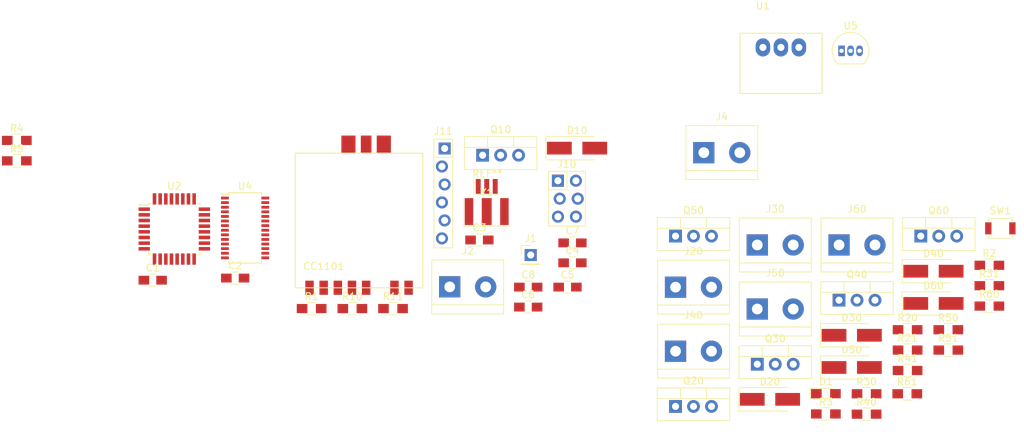
<source format=kicad_pcb>
(kicad_pcb (version 20171130) (host pcbnew "(5.1.2)-1")

  (general
    (thickness 1.6)
    (drawings 0)
    (tracks 0)
    (zones 0)
    (modules 55)
    (nets 41)
  )

  (page A4)
  (layers
    (0 F.Cu signal)
    (31 B.Cu signal)
    (32 B.Adhes user)
    (33 F.Adhes user)
    (34 B.Paste user)
    (35 F.Paste user)
    (36 B.SilkS user)
    (37 F.SilkS user)
    (38 B.Mask user)
    (39 F.Mask user)
    (40 Dwgs.User user)
    (41 Cmts.User user)
    (42 Eco1.User user)
    (43 Eco2.User user)
    (44 Edge.Cuts user)
    (45 Margin user)
    (46 B.CrtYd user)
    (47 F.CrtYd user)
    (48 B.Fab user)
    (49 F.Fab user)
  )

  (setup
    (last_trace_width 0.25)
    (trace_clearance 0.2)
    (zone_clearance 0.508)
    (zone_45_only no)
    (trace_min 0.2)
    (via_size 0.8)
    (via_drill 0.4)
    (via_min_size 0.4)
    (via_min_drill 0.3)
    (uvia_size 0.3)
    (uvia_drill 0.1)
    (uvias_allowed no)
    (uvia_min_size 0.2)
    (uvia_min_drill 0.1)
    (edge_width 0.05)
    (segment_width 0.2)
    (pcb_text_width 0.3)
    (pcb_text_size 1.5 1.5)
    (mod_edge_width 0.12)
    (mod_text_size 1 1)
    (mod_text_width 0.15)
    (pad_size 1.524 1.524)
    (pad_drill 0.762)
    (pad_to_mask_clearance 0.051)
    (solder_mask_min_width 0.25)
    (aux_axis_origin 0 0)
    (visible_elements FFFFFF7F)
    (pcbplotparams
      (layerselection 0x010fc_ffffffff)
      (usegerberextensions false)
      (usegerberattributes false)
      (usegerberadvancedattributes false)
      (creategerberjobfile false)
      (excludeedgelayer true)
      (linewidth 1.000000)
      (plotframeref false)
      (viasonmask false)
      (mode 1)
      (useauxorigin false)
      (hpglpennumber 1)
      (hpglpenspeed 20)
      (hpglpendiameter 15.000000)
      (psnegative false)
      (psa4output false)
      (plotreference true)
      (plotvalue true)
      (plotinvisibletext false)
      (padsonsilk false)
      (subtractmaskfromsilk false)
      (outputformat 1)
      (mirror false)
      (drillshape 1)
      (scaleselection 1)
      (outputdirectory ""))
  )

  (net 0 "")
  (net 1 GND)
  (net 2 +3V3)
  (net 3 "Net-(C5-Pad1)")
  (net 4 RESET)
  (net 5 "Net-(C7-Pad2)")
  (net 6 "Net-(D10-Pad2)")
  (net 7 "Net-(J1-Pad1)")
  (net 8 VBUS)
  (net 9 MOSI)
  (net 10 MISO)
  (net 11 RX)
  (net 12 TX)
  (net 13 "Net-(Q10-Pad1)")
  (net 14 GDO0)
  (net 15 CS)
  (net 16 "Net-(U2-Pad7)")
  (net 17 "Net-(U2-Pad8)")
  (net 18 SCL)
  (net 19 SDA)
  (net 20 1WIRE)
  (net 21 PWM1)
  (net 22 PWM2)
  (net 23 PWM3)
  (net 24 PWM4)
  (net 25 PWM5)
  (net 26 PWM6)
  (net 27 "Net-(D1-Pad2)")
  (net 28 "Net-(D20-Pad2)")
  (net 29 "Net-(D30-Pad2)")
  (net 30 "Net-(D40-Pad2)")
  (net 31 "Net-(D50-Pad2)")
  (net 32 "Net-(D60-Pad2)")
  (net 33 SCLK)
  (net 34 "Net-(Q20-Pad1)")
  (net 35 "Net-(Q30-Pad1)")
  (net 36 "Net-(Q40-Pad1)")
  (net 37 "Net-(Q50-Pad1)")
  (net 38 "Net-(Q60-Pad1)")
  (net 39 LED)
  (net 40 CONFIG)

  (net_class Default "Dies ist die voreingestellte Netzklasse."
    (clearance 0.2)
    (trace_width 0.25)
    (via_dia 0.8)
    (via_drill 0.4)
    (uvia_dia 0.3)
    (uvia_drill 0.1)
    (add_net +3V3)
    (add_net 1WIRE)
    (add_net CONFIG)
    (add_net CS)
    (add_net GDO0)
    (add_net GND)
    (add_net LED)
    (add_net MISO)
    (add_net MOSI)
    (add_net "Net-(C5-Pad1)")
    (add_net "Net-(C7-Pad2)")
    (add_net "Net-(D1-Pad2)")
    (add_net "Net-(D10-Pad2)")
    (add_net "Net-(D20-Pad2)")
    (add_net "Net-(D30-Pad2)")
    (add_net "Net-(D40-Pad2)")
    (add_net "Net-(D50-Pad2)")
    (add_net "Net-(D60-Pad2)")
    (add_net "Net-(J1-Pad1)")
    (add_net "Net-(Q10-Pad1)")
    (add_net "Net-(Q20-Pad1)")
    (add_net "Net-(Q30-Pad1)")
    (add_net "Net-(Q40-Pad1)")
    (add_net "Net-(Q50-Pad1)")
    (add_net "Net-(Q60-Pad1)")
    (add_net "Net-(U2-Pad7)")
    (add_net "Net-(U2-Pad8)")
    (add_net PWM1)
    (add_net PWM2)
    (add_net PWM3)
    (add_net PWM4)
    (add_net PWM5)
    (add_net PWM6)
    (add_net RESET)
    (add_net RX)
    (add_net SCL)
    (add_net SCLK)
    (add_net SDA)
    (add_net TX)
    (add_net VBUS)
  )

  (module Capacitors_SMD:C_0805_HandSoldering (layer F.Cu) (tedit 58AA84A8) (tstamp 5FD3EA19)
    (at 202.605001 84.092001)
    (descr "Capacitor SMD 0805, hand soldering")
    (tags "capacitor 0805")
    (path /5FE20AAB)
    (attr smd)
    (fp_text reference C3 (at 0 -1.75) (layer F.SilkS)
      (effects (font (size 1 1) (thickness 0.15)))
    )
    (fp_text value 100n (at 0 1.75) (layer F.Fab)
      (effects (font (size 1 1) (thickness 0.15)))
    )
    (fp_line (start 2.25 0.87) (end -2.25 0.87) (layer F.CrtYd) (width 0.05))
    (fp_line (start 2.25 0.87) (end 2.25 -0.88) (layer F.CrtYd) (width 0.05))
    (fp_line (start -2.25 -0.88) (end -2.25 0.87) (layer F.CrtYd) (width 0.05))
    (fp_line (start -2.25 -0.88) (end 2.25 -0.88) (layer F.CrtYd) (width 0.05))
    (fp_line (start -0.5 0.85) (end 0.5 0.85) (layer F.SilkS) (width 0.12))
    (fp_line (start 0.5 -0.85) (end -0.5 -0.85) (layer F.SilkS) (width 0.12))
    (fp_line (start -1 -0.62) (end 1 -0.62) (layer F.Fab) (width 0.1))
    (fp_line (start 1 -0.62) (end 1 0.62) (layer F.Fab) (width 0.1))
    (fp_line (start 1 0.62) (end -1 0.62) (layer F.Fab) (width 0.1))
    (fp_line (start -1 0.62) (end -1 -0.62) (layer F.Fab) (width 0.1))
    (fp_text user %R (at 0 -1.75) (layer F.Fab)
      (effects (font (size 1 1) (thickness 0.15)))
    )
    (pad 2 smd rect (at 1.25 0) (size 1.5 1.25) (layers F.Cu F.Paste F.Mask)
      (net 1 GND))
    (pad 1 smd rect (at -1.25 0) (size 1.5 1.25) (layers F.Cu F.Paste F.Mask)
      (net 2 +3V3))
    (model Capacitors_SMD.3dshapes/C_0805.wrl
      (at (xyz 0 0 0))
      (scale (xyz 1 1 1))
      (rotate (xyz 0 0 0))
    )
  )

  (module Capacitors_SMD:C_0805_HandSoldering (layer F.Cu) (tedit 58AA84A8) (tstamp 5FD3EA2A)
    (at 215.755001 87.322001)
    (descr "Capacitor SMD 0805, hand soldering")
    (tags "capacitor 0805")
    (path /5FE1F615)
    (attr smd)
    (fp_text reference C4 (at 0 -1.75) (layer F.SilkS)
      (effects (font (size 1 1) (thickness 0.15)))
    )
    (fp_text value 100n (at 0 1.75) (layer F.Fab)
      (effects (font (size 1 1) (thickness 0.15)))
    )
    (fp_text user %R (at 0 -1.75) (layer F.Fab)
      (effects (font (size 1 1) (thickness 0.15)))
    )
    (fp_line (start -1 0.62) (end -1 -0.62) (layer F.Fab) (width 0.1))
    (fp_line (start 1 0.62) (end -1 0.62) (layer F.Fab) (width 0.1))
    (fp_line (start 1 -0.62) (end 1 0.62) (layer F.Fab) (width 0.1))
    (fp_line (start -1 -0.62) (end 1 -0.62) (layer F.Fab) (width 0.1))
    (fp_line (start 0.5 -0.85) (end -0.5 -0.85) (layer F.SilkS) (width 0.12))
    (fp_line (start -0.5 0.85) (end 0.5 0.85) (layer F.SilkS) (width 0.12))
    (fp_line (start -2.25 -0.88) (end 2.25 -0.88) (layer F.CrtYd) (width 0.05))
    (fp_line (start -2.25 -0.88) (end -2.25 0.87) (layer F.CrtYd) (width 0.05))
    (fp_line (start 2.25 0.87) (end 2.25 -0.88) (layer F.CrtYd) (width 0.05))
    (fp_line (start 2.25 0.87) (end -2.25 0.87) (layer F.CrtYd) (width 0.05))
    (pad 1 smd rect (at -1.25 0) (size 1.5 1.25) (layers F.Cu F.Paste F.Mask)
      (net 2 +3V3))
    (pad 2 smd rect (at 1.25 0) (size 1.5 1.25) (layers F.Cu F.Paste F.Mask)
      (net 1 GND))
    (model Capacitors_SMD.3dshapes/C_0805.wrl
      (at (xyz 0 0 0))
      (scale (xyz 1 1 1))
      (rotate (xyz 0 0 0))
    )
  )

  (module Capacitors_SMD:C_0805_HandSoldering (layer F.Cu) (tedit 58AA84A8) (tstamp 5FD3EA3B)
    (at 215.055001 90.752001)
    (descr "Capacitor SMD 0805, hand soldering")
    (tags "capacitor 0805")
    (path /5FD498DA)
    (attr smd)
    (fp_text reference C5 (at 0 -1.75) (layer F.SilkS)
      (effects (font (size 1 1) (thickness 0.15)))
    )
    (fp_text value 100n (at 0 1.75) (layer F.Fab)
      (effects (font (size 1 1) (thickness 0.15)))
    )
    (fp_line (start 2.25 0.87) (end -2.25 0.87) (layer F.CrtYd) (width 0.05))
    (fp_line (start 2.25 0.87) (end 2.25 -0.88) (layer F.CrtYd) (width 0.05))
    (fp_line (start -2.25 -0.88) (end -2.25 0.87) (layer F.CrtYd) (width 0.05))
    (fp_line (start -2.25 -0.88) (end 2.25 -0.88) (layer F.CrtYd) (width 0.05))
    (fp_line (start -0.5 0.85) (end 0.5 0.85) (layer F.SilkS) (width 0.12))
    (fp_line (start 0.5 -0.85) (end -0.5 -0.85) (layer F.SilkS) (width 0.12))
    (fp_line (start -1 -0.62) (end 1 -0.62) (layer F.Fab) (width 0.1))
    (fp_line (start 1 -0.62) (end 1 0.62) (layer F.Fab) (width 0.1))
    (fp_line (start 1 0.62) (end -1 0.62) (layer F.Fab) (width 0.1))
    (fp_line (start -1 0.62) (end -1 -0.62) (layer F.Fab) (width 0.1))
    (fp_text user %R (at 0 -1.75) (layer F.Fab)
      (effects (font (size 1 1) (thickness 0.15)))
    )
    (pad 2 smd rect (at 1.25 0) (size 1.5 1.25) (layers F.Cu F.Paste F.Mask)
      (net 1 GND))
    (pad 1 smd rect (at -1.25 0) (size 1.5 1.25) (layers F.Cu F.Paste F.Mask)
      (net 3 "Net-(C5-Pad1)"))
    (model Capacitors_SMD.3dshapes/C_0805.wrl
      (at (xyz 0 0 0))
      (scale (xyz 1 1 1))
      (rotate (xyz 0 0 0))
    )
  )

  (module Capacitors_SMD:C_0805_HandSoldering (layer F.Cu) (tedit 58AA84A8) (tstamp 5FD3EA4C)
    (at 209.505001 93.572001)
    (descr "Capacitor SMD 0805, hand soldering")
    (tags "capacitor 0805")
    (path /5FE53FFE)
    (attr smd)
    (fp_text reference C6 (at 0 -1.75) (layer F.SilkS)
      (effects (font (size 1 1) (thickness 0.15)))
    )
    (fp_text value 1u (at 0 1.75) (layer F.Fab)
      (effects (font (size 1 1) (thickness 0.15)))
    )
    (fp_text user %R (at 0 -1.75) (layer F.Fab)
      (effects (font (size 1 1) (thickness 0.15)))
    )
    (fp_line (start -1 0.62) (end -1 -0.62) (layer F.Fab) (width 0.1))
    (fp_line (start 1 0.62) (end -1 0.62) (layer F.Fab) (width 0.1))
    (fp_line (start 1 -0.62) (end 1 0.62) (layer F.Fab) (width 0.1))
    (fp_line (start -1 -0.62) (end 1 -0.62) (layer F.Fab) (width 0.1))
    (fp_line (start 0.5 -0.85) (end -0.5 -0.85) (layer F.SilkS) (width 0.12))
    (fp_line (start -0.5 0.85) (end 0.5 0.85) (layer F.SilkS) (width 0.12))
    (fp_line (start -2.25 -0.88) (end 2.25 -0.88) (layer F.CrtYd) (width 0.05))
    (fp_line (start -2.25 -0.88) (end -2.25 0.87) (layer F.CrtYd) (width 0.05))
    (fp_line (start 2.25 0.87) (end 2.25 -0.88) (layer F.CrtYd) (width 0.05))
    (fp_line (start 2.25 0.87) (end -2.25 0.87) (layer F.CrtYd) (width 0.05))
    (pad 1 smd rect (at -1.25 0) (size 1.5 1.25) (layers F.Cu F.Paste F.Mask)
      (net 2 +3V3))
    (pad 2 smd rect (at 1.25 0) (size 1.5 1.25) (layers F.Cu F.Paste F.Mask)
      (net 1 GND))
    (model Capacitors_SMD.3dshapes/C_0805.wrl
      (at (xyz 0 0 0))
      (scale (xyz 1 1 1))
      (rotate (xyz 0 0 0))
    )
  )

  (module Capacitors_SMD:C_0805_HandSoldering (layer F.Cu) (tedit 58AA84A8) (tstamp 5FD3EA5D)
    (at 215.755001 84.502001)
    (descr "Capacitor SMD 0805, hand soldering")
    (tags "capacitor 0805")
    (path /5FD4D540)
    (attr smd)
    (fp_text reference C7 (at 0 -1.75) (layer F.SilkS)
      (effects (font (size 1 1) (thickness 0.15)))
    )
    (fp_text value 100n (at 0 1.75) (layer F.Fab)
      (effects (font (size 1 1) (thickness 0.15)))
    )
    (fp_text user %R (at 0 -1.75) (layer F.Fab)
      (effects (font (size 1 1) (thickness 0.15)))
    )
    (fp_line (start -1 0.62) (end -1 -0.62) (layer F.Fab) (width 0.1))
    (fp_line (start 1 0.62) (end -1 0.62) (layer F.Fab) (width 0.1))
    (fp_line (start 1 -0.62) (end 1 0.62) (layer F.Fab) (width 0.1))
    (fp_line (start -1 -0.62) (end 1 -0.62) (layer F.Fab) (width 0.1))
    (fp_line (start 0.5 -0.85) (end -0.5 -0.85) (layer F.SilkS) (width 0.12))
    (fp_line (start -0.5 0.85) (end 0.5 0.85) (layer F.SilkS) (width 0.12))
    (fp_line (start -2.25 -0.88) (end 2.25 -0.88) (layer F.CrtYd) (width 0.05))
    (fp_line (start -2.25 -0.88) (end -2.25 0.87) (layer F.CrtYd) (width 0.05))
    (fp_line (start 2.25 0.87) (end 2.25 -0.88) (layer F.CrtYd) (width 0.05))
    (fp_line (start 2.25 0.87) (end -2.25 0.87) (layer F.CrtYd) (width 0.05))
    (pad 1 smd rect (at -1.25 0) (size 1.5 1.25) (layers F.Cu F.Paste F.Mask)
      (net 4 RESET))
    (pad 2 smd rect (at 1.25 0) (size 1.5 1.25) (layers F.Cu F.Paste F.Mask)
      (net 5 "Net-(C7-Pad2)"))
    (model Capacitors_SMD.3dshapes/C_0805.wrl
      (at (xyz 0 0 0))
      (scale (xyz 1 1 1))
      (rotate (xyz 0 0 0))
    )
  )

  (module Capacitors_SMD:C_0805_HandSoldering (layer F.Cu) (tedit 58AA84A8) (tstamp 5FD3EA6E)
    (at 209.505001 90.752001)
    (descr "Capacitor SMD 0805, hand soldering")
    (tags "capacitor 0805")
    (path /5FE81E38)
    (attr smd)
    (fp_text reference C8 (at 0 -1.75) (layer F.SilkS)
      (effects (font (size 1 1) (thickness 0.15)))
    )
    (fp_text value 10u (at 0 1.75) (layer F.Fab)
      (effects (font (size 1 1) (thickness 0.15)))
    )
    (fp_line (start 2.25 0.87) (end -2.25 0.87) (layer F.CrtYd) (width 0.05))
    (fp_line (start 2.25 0.87) (end 2.25 -0.88) (layer F.CrtYd) (width 0.05))
    (fp_line (start -2.25 -0.88) (end -2.25 0.87) (layer F.CrtYd) (width 0.05))
    (fp_line (start -2.25 -0.88) (end 2.25 -0.88) (layer F.CrtYd) (width 0.05))
    (fp_line (start -0.5 0.85) (end 0.5 0.85) (layer F.SilkS) (width 0.12))
    (fp_line (start 0.5 -0.85) (end -0.5 -0.85) (layer F.SilkS) (width 0.12))
    (fp_line (start -1 -0.62) (end 1 -0.62) (layer F.Fab) (width 0.1))
    (fp_line (start 1 -0.62) (end 1 0.62) (layer F.Fab) (width 0.1))
    (fp_line (start 1 0.62) (end -1 0.62) (layer F.Fab) (width 0.1))
    (fp_line (start -1 0.62) (end -1 -0.62) (layer F.Fab) (width 0.1))
    (fp_text user %R (at 0 -1.75) (layer F.Fab)
      (effects (font (size 1 1) (thickness 0.15)))
    )
    (pad 2 smd rect (at 1.25 0) (size 1.5 1.25) (layers F.Cu F.Paste F.Mask)
      (net 1 GND))
    (pad 1 smd rect (at -1.25 0) (size 1.5 1.25) (layers F.Cu F.Paste F.Mask)
      (net 2 +3V3))
    (model Capacitors_SMD.3dshapes/C_0805.wrl
      (at (xyz 0 0 0))
      (scale (xyz 1 1 1))
      (rotate (xyz 0 0 0))
    )
  )

  (module Diodes_SMD:D_SMA_Handsoldering (layer F.Cu) (tedit 58643398) (tstamp 5FD3EA86)
    (at 216.405001 71.117001)
    (descr "Diode SMA (DO-214AC) Handsoldering")
    (tags "Diode SMA (DO-214AC) Handsoldering")
    (path /5FD62692)
    (attr smd)
    (fp_text reference D10 (at 0 -2.5) (layer F.SilkS)
      (effects (font (size 1 1) (thickness 0.15)))
    )
    (fp_text value SS14 (at 0 2.6) (layer F.Fab)
      (effects (font (size 1 1) (thickness 0.15)))
    )
    (fp_text user %R (at 0 -2.5) (layer F.Fab)
      (effects (font (size 1 1) (thickness 0.15)))
    )
    (fp_line (start -4.4 -1.65) (end -4.4 1.65) (layer F.SilkS) (width 0.12))
    (fp_line (start 2.3 1.5) (end -2.3 1.5) (layer F.Fab) (width 0.1))
    (fp_line (start -2.3 1.5) (end -2.3 -1.5) (layer F.Fab) (width 0.1))
    (fp_line (start 2.3 -1.5) (end 2.3 1.5) (layer F.Fab) (width 0.1))
    (fp_line (start 2.3 -1.5) (end -2.3 -1.5) (layer F.Fab) (width 0.1))
    (fp_line (start -4.5 -1.75) (end 4.5 -1.75) (layer F.CrtYd) (width 0.05))
    (fp_line (start 4.5 -1.75) (end 4.5 1.75) (layer F.CrtYd) (width 0.05))
    (fp_line (start 4.5 1.75) (end -4.5 1.75) (layer F.CrtYd) (width 0.05))
    (fp_line (start -4.5 1.75) (end -4.5 -1.75) (layer F.CrtYd) (width 0.05))
    (fp_line (start -0.64944 0.00102) (end -1.55114 0.00102) (layer F.Fab) (width 0.1))
    (fp_line (start 0.50118 0.00102) (end 1.4994 0.00102) (layer F.Fab) (width 0.1))
    (fp_line (start -0.64944 -0.79908) (end -0.64944 0.80112) (layer F.Fab) (width 0.1))
    (fp_line (start 0.50118 0.75032) (end 0.50118 -0.79908) (layer F.Fab) (width 0.1))
    (fp_line (start -0.64944 0.00102) (end 0.50118 0.75032) (layer F.Fab) (width 0.1))
    (fp_line (start -0.64944 0.00102) (end 0.50118 -0.79908) (layer F.Fab) (width 0.1))
    (fp_line (start -4.4 1.65) (end 2.5 1.65) (layer F.SilkS) (width 0.12))
    (fp_line (start -4.4 -1.65) (end 2.5 -1.65) (layer F.SilkS) (width 0.12))
    (pad 1 smd rect (at -2.5 0) (size 3.5 1.8) (layers F.Cu F.Paste F.Mask)
      (net 8 VBUS))
    (pad 2 smd rect (at 2.5 0) (size 3.5 1.8) (layers F.Cu F.Paste F.Mask)
      (net 6 "Net-(D10-Pad2)"))
    (model ${KISYS3DMOD}/Diodes_SMD.3dshapes/D_SMA.wrl
      (at (xyz 0 0 0))
      (scale (xyz 1 1 1))
      (rotate (xyz 0 0 0))
    )
  )

  (module Connectors:bornier2 (layer F.Cu) (tedit 587FD522) (tstamp 5FD3EAA2)
    (at 198.415001 90.717001)
    (descr "Bornier d'alimentation 2 pins")
    (tags DEV)
    (path /5FD26AA7)
    (fp_text reference J2 (at 2.54 -5.08) (layer F.SilkS)
      (effects (font (size 1 1) (thickness 0.15)))
    )
    (fp_text value Power (at 2.54 5.08) (layer F.Fab)
      (effects (font (size 1 1) (thickness 0.15)))
    )
    (fp_line (start -2.41 2.55) (end 7.49 2.55) (layer F.Fab) (width 0.1))
    (fp_line (start -2.46 -3.75) (end -2.46 3.75) (layer F.Fab) (width 0.1))
    (fp_line (start -2.46 3.75) (end 7.54 3.75) (layer F.Fab) (width 0.1))
    (fp_line (start 7.54 3.75) (end 7.54 -3.75) (layer F.Fab) (width 0.1))
    (fp_line (start 7.54 -3.75) (end -2.46 -3.75) (layer F.Fab) (width 0.1))
    (fp_line (start 7.62 2.54) (end -2.54 2.54) (layer F.SilkS) (width 0.12))
    (fp_line (start 7.62 3.81) (end 7.62 -3.81) (layer F.SilkS) (width 0.12))
    (fp_line (start 7.62 -3.81) (end -2.54 -3.81) (layer F.SilkS) (width 0.12))
    (fp_line (start -2.54 -3.81) (end -2.54 3.81) (layer F.SilkS) (width 0.12))
    (fp_line (start -2.54 3.81) (end 7.62 3.81) (layer F.SilkS) (width 0.12))
    (fp_line (start -2.71 -4) (end 7.79 -4) (layer F.CrtYd) (width 0.05))
    (fp_line (start -2.71 -4) (end -2.71 4) (layer F.CrtYd) (width 0.05))
    (fp_line (start 7.79 4) (end 7.79 -4) (layer F.CrtYd) (width 0.05))
    (fp_line (start 7.79 4) (end -2.71 4) (layer F.CrtYd) (width 0.05))
    (pad 1 thru_hole rect (at 0 0) (size 3 3) (drill 1.52) (layers *.Cu *.Mask)
      (net 8 VBUS))
    (pad 2 thru_hole circle (at 5.08 0) (size 3 3) (drill 1.52) (layers *.Cu *.Mask)
      (net 1 GND))
    (model ${KISYS3DMOD}/Connectors.3dshapes/bornier2.wrl
      (at (xyz 0 0 0))
      (scale (xyz 1 1 1))
      (rotate (xyz 0 0 0))
    )
  )

  (module myPinHeaders:Pin_Header_Straight_2x03_Pitch2.54mm_Tight_Fit (layer F.Cu) (tedit 5CE52FBA) (tstamp 5FD3EABE)
    (at 213.705001 75.717001)
    (descr "Through hole straight pin header, 2x03, 2.54mm pitch, double rows")
    (tags "Through hole pin header THT 2x03 2.54mm double row")
    (path /5FD19B94)
    (fp_text reference J10 (at 1.27 -2.33) (layer F.SilkS)
      (effects (font (size 1 1) (thickness 0.15)))
    )
    (fp_text value ISP (at 1.27 7.41) (layer F.Fab)
      (effects (font (size 1 1) (thickness 0.15)))
    )
    (fp_text user %R (at 1.27 2.54 90) (layer F.Fab)
      (effects (font (size 1 1) (thickness 0.15)))
    )
    (fp_line (start 4.35 -1.8) (end -1.8 -1.8) (layer F.CrtYd) (width 0.05))
    (fp_line (start 4.35 6.85) (end 4.35 -1.8) (layer F.CrtYd) (width 0.05))
    (fp_line (start -1.8 6.85) (end 4.35 6.85) (layer F.CrtYd) (width 0.05))
    (fp_line (start -1.8 -1.8) (end -1.8 6.85) (layer F.CrtYd) (width 0.05))
    (fp_line (start -1.33 -1.33) (end 1.27 -1.33) (layer F.SilkS) (width 0.12))
    (fp_line (start -1.33 1.27) (end -1.33 -1.33) (layer F.SilkS) (width 0.12))
    (fp_line (start 1.27 -1.33) (end 3.87 -1.33) (layer F.SilkS) (width 0.12))
    (fp_line (start 1.27 1.27) (end 1.27 -1.33) (layer F.SilkS) (width 0.12))
    (fp_line (start -1.33 1.27) (end 1.27 1.27) (layer F.SilkS) (width 0.12))
    (fp_line (start 3.87 -1.33) (end 3.87 6.41) (layer F.SilkS) (width 0.12))
    (fp_line (start -1.33 1.27) (end -1.33 6.41) (layer F.SilkS) (width 0.12))
    (fp_line (start -1.33 6.41) (end 3.87 6.41) (layer F.SilkS) (width 0.12))
    (fp_line (start -1.27 0) (end 0 -1.27) (layer F.Fab) (width 0.1))
    (fp_line (start -1.27 6.35) (end -1.27 0) (layer F.Fab) (width 0.1))
    (fp_line (start 3.81 6.35) (end -1.27 6.35) (layer F.Fab) (width 0.1))
    (fp_line (start 3.81 -1.27) (end 3.81 6.35) (layer F.Fab) (width 0.1))
    (fp_line (start 0 -1.27) (end 3.81 -1.27) (layer F.Fab) (width 0.1))
    (pad 6 thru_hole oval (at 2.54 5.08) (size 1.7 1.7) (drill 1) (layers *.Cu *.Mask)
      (net 1 GND))
    (pad 5 thru_hole oval (at 0 5.08) (size 1.7 1.7) (drill 1) (layers *.Cu *.Mask)
      (net 4 RESET))
    (pad 4 thru_hole oval (at 2.794 2.54) (size 1.7 1.7) (drill 1) (layers *.Cu *.Mask)
      (net 9 MOSI))
    (pad 3 thru_hole oval (at 0.254 2.54) (size 1.7 1.7) (drill 1) (layers *.Cu *.Mask)
      (net 33 SCLK))
    (pad 2 thru_hole oval (at 2.54 0) (size 1.7 1.7) (drill 1) (layers *.Cu *.Mask)
      (net 2 +3V3))
    (pad 1 thru_hole rect (at 0 0) (size 1.7 1.7) (drill 1) (layers *.Cu *.Mask)
      (net 10 MISO))
    (model ${KISYS3DMOD}/Pin_Headers.3dshapes/Pin_Header_Straight_2x03_Pitch2.54mm.wrl
      (at (xyz 0 0 0))
      (scale (xyz 1 1 1))
      (rotate (xyz 0 0 0))
    )
  )

  (module myPinHeaders:Pin_Header_Straight_1x06_Pitch2.54mm_Tight_Fit (layer F.Cu) (tedit 5CDE7A78) (tstamp 5FD3EAD8)
    (at 197.505001 77.517001)
    (path /5FD1946E)
    (fp_text reference J11 (at 0 -8.8265) (layer F.SilkS)
      (effects (font (size 1 1) (thickness 0.15)))
    )
    (fp_text value FTDI (at 0 8.8265) (layer F.Fab)
      (effects (font (size 1 1) (thickness 0.15)))
    )
    (fp_line (start -1.33 -5.08) (end -1.33 -7.68) (layer F.SilkS) (width 0.12))
    (fp_line (start 1.27 -7.62) (end 1.27 7.62) (layer F.Fab) (width 0.1))
    (fp_line (start 1.8 -8.15) (end -1.8 -8.15) (layer F.CrtYd) (width 0.05))
    (fp_line (start -1.33 -7.68) (end 1.33 -7.6708) (layer F.SilkS) (width 0.12))
    (fp_line (start -1.8 8.15) (end 1.8 8.15) (layer F.CrtYd) (width 0.05))
    (fp_line (start -1.27 -6.985) (end -0.635 -7.62) (layer F.Fab) (width 0.1))
    (fp_line (start -0.635 -7.62) (end 1.27 -7.62) (layer F.Fab) (width 0.1))
    (fp_line (start -1.33 7.68) (end 1.33 7.68) (layer F.SilkS) (width 0.12))
    (fp_line (start -1.33 -5.08) (end 1.33 -5.08) (layer F.SilkS) (width 0.12))
    (fp_line (start -1.27 7.62) (end -1.27 -6.985) (layer F.Fab) (width 0.1))
    (fp_line (start 1.27 7.62) (end -1.27 7.62) (layer F.Fab) (width 0.1))
    (fp_line (start -1.33 -5.08) (end -1.33 7.68) (layer F.SilkS) (width 0.12))
    (fp_line (start -1.8 -8.15) (end -1.8 8.15) (layer F.CrtYd) (width 0.05))
    (fp_line (start 1.33 -7.6708) (end 1.33 7.68) (layer F.SilkS) (width 0.12))
    (fp_line (start 1.8 8.15) (end 1.8 -8.15) (layer F.CrtYd) (width 0.05))
    (fp_text user %R (at 0 0 90) (layer F.Fab)
      (effects (font (size 1 1) (thickness 0.15)))
    )
    (pad 6 thru_hole oval (at -0.1905 6.35) (size 1.7 1.7) (drill 1) (layers *.Cu *.Mask)
      (net 1 GND))
    (pad 5 thru_hole oval (at 0.1905 3.81) (size 1.7 1.7) (drill 1) (layers *.Cu *.Mask)
      (net 1 GND))
    (pad 1 thru_hole rect (at 0.1905 -6.35) (size 1.7 1.7) (drill 1) (layers *.Cu *.Mask)
      (net 5 "Net-(C7-Pad2)"))
    (pad 2 thru_hole oval (at -0.1905 -3.81) (size 1.7 1.7) (drill 1) (layers *.Cu *.Mask)
      (net 11 RX))
    (pad 4 thru_hole oval (at -0.1905 1.27) (size 1.7 1.7) (drill 1) (layers *.Cu *.Mask)
      (net 2 +3V3))
    (pad 3 thru_hole oval (at 0.1905 -1.27) (size 1.7 1.7) (drill 1) (layers *.Cu *.Mask)
      (net 12 TX))
  )

  (module TO_SOT_Packages_THT:TO-220_Vertical (layer F.Cu) (tedit 58CE52AD) (tstamp 5FD3EAF2)
    (at 203.065001 72.117001)
    (descr "TO-220, Vertical, RM 2.54mm")
    (tags "TO-220 Vertical RM 2.54mm")
    (path /5FD63657)
    (fp_text reference Q10 (at 2.54 -3.62) (layer F.SilkS)
      (effects (font (size 1 1) (thickness 0.15)))
    )
    (fp_text value IRF3708 (at 2.54 3.92) (layer F.Fab)
      (effects (font (size 1 1) (thickness 0.15)))
    )
    (fp_text user %R (at 2.54 -3.62) (layer F.Fab)
      (effects (font (size 1 1) (thickness 0.15)))
    )
    (fp_line (start -2.46 -2.5) (end -2.46 1.9) (layer F.Fab) (width 0.1))
    (fp_line (start -2.46 1.9) (end 7.54 1.9) (layer F.Fab) (width 0.1))
    (fp_line (start 7.54 1.9) (end 7.54 -2.5) (layer F.Fab) (width 0.1))
    (fp_line (start 7.54 -2.5) (end -2.46 -2.5) (layer F.Fab) (width 0.1))
    (fp_line (start -2.46 -1.23) (end 7.54 -1.23) (layer F.Fab) (width 0.1))
    (fp_line (start 0.69 -2.5) (end 0.69 -1.23) (layer F.Fab) (width 0.1))
    (fp_line (start 4.39 -2.5) (end 4.39 -1.23) (layer F.Fab) (width 0.1))
    (fp_line (start -2.58 -2.62) (end 7.66 -2.62) (layer F.SilkS) (width 0.12))
    (fp_line (start -2.58 2.021) (end 7.66 2.021) (layer F.SilkS) (width 0.12))
    (fp_line (start -2.58 -2.62) (end -2.58 2.021) (layer F.SilkS) (width 0.12))
    (fp_line (start 7.66 -2.62) (end 7.66 2.021) (layer F.SilkS) (width 0.12))
    (fp_line (start -2.58 -1.11) (end 7.66 -1.11) (layer F.SilkS) (width 0.12))
    (fp_line (start 0.69 -2.62) (end 0.69 -1.11) (layer F.SilkS) (width 0.12))
    (fp_line (start 4.391 -2.62) (end 4.391 -1.11) (layer F.SilkS) (width 0.12))
    (fp_line (start -2.71 -2.75) (end -2.71 2.16) (layer F.CrtYd) (width 0.05))
    (fp_line (start -2.71 2.16) (end 7.79 2.16) (layer F.CrtYd) (width 0.05))
    (fp_line (start 7.79 2.16) (end 7.79 -2.75) (layer F.CrtYd) (width 0.05))
    (fp_line (start 7.79 -2.75) (end -2.71 -2.75) (layer F.CrtYd) (width 0.05))
    (pad 1 thru_hole rect (at 0 0) (size 1.8 1.8) (drill 1) (layers *.Cu *.Mask)
      (net 13 "Net-(Q10-Pad1)"))
    (pad 2 thru_hole oval (at 2.54 0) (size 1.8 1.8) (drill 1) (layers *.Cu *.Mask)
      (net 6 "Net-(D10-Pad2)"))
    (pad 3 thru_hole oval (at 5.08 0) (size 1.8 1.8) (drill 1) (layers *.Cu *.Mask)
      (net 1 GND))
    (model ${KISYS3DMOD}/TO_SOT_Packages_THT.3dshapes/TO-220_Vertical.wrl
      (offset (xyz 2.539999961853027 0 0))
      (scale (xyz 0.393701 0.393701 0.393701))
      (rotate (xyz 0 0 0))
    )
  )

  (module Resistors_SMD:R_0805_HandSoldering (layer F.Cu) (tedit 58E0A804) (tstamp 5FD3EB03)
    (at 178.905001 93.782001)
    (descr "Resistor SMD 0805, hand soldering")
    (tags "resistor 0805")
    (path /5FD80990)
    (attr smd)
    (fp_text reference R1 (at 0 -1.7) (layer F.SilkS)
      (effects (font (size 1 1) (thickness 0.15)))
    )
    (fp_text value 10k (at 0 1.75) (layer F.Fab)
      (effects (font (size 1 1) (thickness 0.15)))
    )
    (fp_text user %R (at 0 0) (layer F.Fab)
      (effects (font (size 0.5 0.5) (thickness 0.075)))
    )
    (fp_line (start -1 0.62) (end -1 -0.62) (layer F.Fab) (width 0.1))
    (fp_line (start 1 0.62) (end -1 0.62) (layer F.Fab) (width 0.1))
    (fp_line (start 1 -0.62) (end 1 0.62) (layer F.Fab) (width 0.1))
    (fp_line (start -1 -0.62) (end 1 -0.62) (layer F.Fab) (width 0.1))
    (fp_line (start 0.6 0.88) (end -0.6 0.88) (layer F.SilkS) (width 0.12))
    (fp_line (start -0.6 -0.88) (end 0.6 -0.88) (layer F.SilkS) (width 0.12))
    (fp_line (start -2.35 -0.9) (end 2.35 -0.9) (layer F.CrtYd) (width 0.05))
    (fp_line (start -2.35 -0.9) (end -2.35 0.9) (layer F.CrtYd) (width 0.05))
    (fp_line (start 2.35 0.9) (end 2.35 -0.9) (layer F.CrtYd) (width 0.05))
    (fp_line (start 2.35 0.9) (end -2.35 0.9) (layer F.CrtYd) (width 0.05))
    (pad 1 smd rect (at -1.35 0) (size 1.5 1.3) (layers F.Cu F.Paste F.Mask)
      (net 2 +3V3))
    (pad 2 smd rect (at 1.35 0) (size 1.5 1.3) (layers F.Cu F.Paste F.Mask)
      (net 4 RESET))
    (model ${KISYS3DMOD}/Resistors_SMD.3dshapes/R_0805.wrl
      (at (xyz 0 0 0))
      (scale (xyz 1 1 1))
      (rotate (xyz 0 0 0))
    )
  )

  (module Resistors_SMD:R_0805_HandSoldering (layer F.Cu) (tedit 58E0A804) (tstamp 5FD3EB14)
    (at 184.655001 93.782001)
    (descr "Resistor SMD 0805, hand soldering")
    (tags "resistor 0805")
    (path /5FD5B61E)
    (attr smd)
    (fp_text reference R10 (at 0 -1.7) (layer F.SilkS)
      (effects (font (size 1 1) (thickness 0.15)))
    )
    (fp_text value 100 (at 0 1.75) (layer F.Fab)
      (effects (font (size 1 1) (thickness 0.15)))
    )
    (fp_line (start 2.35 0.9) (end -2.35 0.9) (layer F.CrtYd) (width 0.05))
    (fp_line (start 2.35 0.9) (end 2.35 -0.9) (layer F.CrtYd) (width 0.05))
    (fp_line (start -2.35 -0.9) (end -2.35 0.9) (layer F.CrtYd) (width 0.05))
    (fp_line (start -2.35 -0.9) (end 2.35 -0.9) (layer F.CrtYd) (width 0.05))
    (fp_line (start -0.6 -0.88) (end 0.6 -0.88) (layer F.SilkS) (width 0.12))
    (fp_line (start 0.6 0.88) (end -0.6 0.88) (layer F.SilkS) (width 0.12))
    (fp_line (start -1 -0.62) (end 1 -0.62) (layer F.Fab) (width 0.1))
    (fp_line (start 1 -0.62) (end 1 0.62) (layer F.Fab) (width 0.1))
    (fp_line (start 1 0.62) (end -1 0.62) (layer F.Fab) (width 0.1))
    (fp_line (start -1 0.62) (end -1 -0.62) (layer F.Fab) (width 0.1))
    (fp_text user %R (at 0 0) (layer F.Fab)
      (effects (font (size 0.5 0.5) (thickness 0.075)))
    )
    (pad 2 smd rect (at 1.35 0) (size 1.5 1.3) (layers F.Cu F.Paste F.Mask)
      (net 21 PWM1))
    (pad 1 smd rect (at -1.35 0) (size 1.5 1.3) (layers F.Cu F.Paste F.Mask)
      (net 13 "Net-(Q10-Pad1)"))
    (model ${KISYS3DMOD}/Resistors_SMD.3dshapes/R_0805.wrl
      (at (xyz 0 0 0))
      (scale (xyz 1 1 1))
      (rotate (xyz 0 0 0))
    )
  )

  (module Resistors_SMD:R_0805_HandSoldering (layer F.Cu) (tedit 58E0A804) (tstamp 5FD3EB25)
    (at 190.405001 93.782001)
    (descr "Resistor SMD 0805, hand soldering")
    (tags "resistor 0805")
    (path /5FD61B4A)
    (attr smd)
    (fp_text reference R11 (at 0 -1.7) (layer F.SilkS)
      (effects (font (size 1 1) (thickness 0.15)))
    )
    (fp_text value 100k (at 0 1.75) (layer F.Fab)
      (effects (font (size 1 1) (thickness 0.15)))
    )
    (fp_text user %R (at 0 0) (layer F.Fab)
      (effects (font (size 0.5 0.5) (thickness 0.075)))
    )
    (fp_line (start -1 0.62) (end -1 -0.62) (layer F.Fab) (width 0.1))
    (fp_line (start 1 0.62) (end -1 0.62) (layer F.Fab) (width 0.1))
    (fp_line (start 1 -0.62) (end 1 0.62) (layer F.Fab) (width 0.1))
    (fp_line (start -1 -0.62) (end 1 -0.62) (layer F.Fab) (width 0.1))
    (fp_line (start 0.6 0.88) (end -0.6 0.88) (layer F.SilkS) (width 0.12))
    (fp_line (start -0.6 -0.88) (end 0.6 -0.88) (layer F.SilkS) (width 0.12))
    (fp_line (start -2.35 -0.9) (end 2.35 -0.9) (layer F.CrtYd) (width 0.05))
    (fp_line (start -2.35 -0.9) (end -2.35 0.9) (layer F.CrtYd) (width 0.05))
    (fp_line (start 2.35 0.9) (end 2.35 -0.9) (layer F.CrtYd) (width 0.05))
    (fp_line (start 2.35 0.9) (end -2.35 0.9) (layer F.CrtYd) (width 0.05))
    (pad 1 smd rect (at -1.35 0) (size 1.5 1.3) (layers F.Cu F.Paste F.Mask)
      (net 1 GND))
    (pad 2 smd rect (at 1.35 0) (size 1.5 1.3) (layers F.Cu F.Paste F.Mask)
      (net 13 "Net-(Q10-Pad1)"))
    (model ${KISYS3DMOD}/Resistors_SMD.3dshapes/R_0805.wrl
      (at (xyz 0 0 0))
      (scale (xyz 1 1 1))
      (rotate (xyz 0 0 0))
    )
  )

  (module myRadioModules:CC1101_SMD_noGDO2_Antenna (layer F.Cu) (tedit 5F19DE2F) (tstamp 5FD3EB39)
    (at 185.605001 89.842)
    (path /5FD1BE42)
    (fp_text reference U3 (at 0 -4.5) (layer F.SilkS) hide
      (effects (font (size 1 1) (thickness 0.15)))
    )
    (fp_text value CC1101 (at 0 -6.27) (layer F.Fab)
      (effects (font (size 1 1) (thickness 0.15)))
    )
    (fp_text user CC1101 (at -5 -2.032 180) (layer F.SilkS)
      (effects (font (size 1 1) (thickness 0.15)))
    )
    (fp_line (start -9 0) (end -9 -18) (layer F.SilkS) (width 0.15))
    (fp_line (start -9 -18) (end 9 -18) (layer F.SilkS) (width 0.15))
    (fp_line (start 9 -18) (end 9 1) (layer F.SilkS) (width 0.15))
    (fp_line (start 9 1) (end -9 1) (layer F.SilkS) (width 0.15))
    (fp_line (start -9 1) (end -9 0) (layer F.SilkS) (width 0.15))
    (pad 1 smd rect (at -7 1) (size 1.2 2) (layers F.Cu F.Mask)
      (net 2 +3V3))
    (pad 2 smd rect (at -5 1) (size 1.2 2) (layers F.Cu F.Mask)
      (net 1 GND))
    (pad 3 smd rect (at -3 1) (size 1.2 2) (layers F.Cu F.Mask)
      (net 9 MOSI))
    (pad 4 smd rect (at -1 1) (size 1.2 2) (layers F.Cu F.Mask)
      (net 33 SCLK))
    (pad 5 smd rect (at 1 1) (size 1.2 2) (layers F.Cu F.Mask)
      (net 10 MISO))
    (pad 7 smd rect (at 5 1) (size 1.2 2) (layers F.Cu F.Mask)
      (net 14 GDO0))
    (pad 8 smd rect (at 7 1) (size 1.2 2) (layers F.Cu F.Mask)
      (net 15 CS))
    (pad 10 smd rect (at -1.5 -19.25) (size 2 2.5) (layers F.Cu F.Mask)
      (net 1 GND))
    (pad 9 smd rect (at 1 -19.25) (size 1.5 2.5) (layers F.Cu F.Mask)
      (net 7 "Net-(J1-Pad1)"))
    (pad 11 smd rect (at 3.5 -19.25) (size 2 2.5) (layers F.Cu F.Mask)
      (net 1 GND))
    (model :my3DMOD:CC1101_Module.step
      (offset (xyz -9 -1 0))
      (scale (xyz 1 1 1))
      (rotate (xyz 0 0 0))
    )
  )

  (module myResonators:Resonator_SMD_muRata_CSTCC-CSTCE-universal-3pin_7.2x3.0mm_HandSoldering (layer F.Cu) (tedit 5D6D193F) (tstamp 5FD3EB5C)
    (at 203.640001 80.077001)
    (descr "SMD Resomator/Filter Murata CSTCC, https://cdn-reichelt.de/documents/datenblatt/B400/CSTCC%23MUR.pdf, hand-soldering, 7.2x3.0mm^2 package")
    (tags "SMD SMT ceramic resonator filter filter hand-soldering")
    (path /5FD58A42)
    (attr smd)
    (fp_text reference Y1 (at 0 -2.7) (layer F.SilkS)
      (effects (font (size 1 1) (thickness 0.15)))
    )
    (fp_text value 8M (at 0.01 2.9) (layer F.Fab)
      (effects (font (size 1 1) (thickness 0.15)))
    )
    (fp_text user %R (at 0.71 0) (layer F.Fab)
      (effects (font (size 0.7 0.7) (thickness 0.15)))
    )
    (fp_line (start -3 -1.85) (end -3 1.8) (layer F.Fab) (width 0.1))
    (fp_line (start -3 1.8) (end 3 1.8) (layer F.Fab) (width 0.1))
    (fp_line (start 3 1.8) (end 3 -1.85) (layer F.Fab) (width 0.1))
    (fp_line (start 3 -1.85) (end -3 -1.85) (layer F.Fab) (width 0.1))
    (fp_line (start -3 0.5) (end -1.7 1.8) (layer F.Fab) (width 0.1))
    (fp_line (start -3.25 -1.9) (end -3.25 2.05) (layer F.SilkS) (width 0.12))
    (fp_line (start -3.25 2.05) (end 3.2 2.05) (layer F.SilkS) (width 0.12))
    (fp_line (start -3.15 -2) (end -3.15 1.95) (layer F.CrtYd) (width 0.05))
    (fp_line (start -3.15 1.95) (end 3.15 1.95) (layer F.CrtYd) (width 0.05))
    (fp_line (start 3.15 1.95) (end 3.15 -2) (layer F.CrtYd) (width 0.05))
    (fp_line (start 3.15 -2) (end -3.15 -2) (layer F.CrtYd) (width 0.05))
    (fp_line (start 1.9 -4.75) (end -1.9 -4.75) (layer F.CrtYd) (width 0.05))
    (fp_line (start -1.6 -2.95) (end 1.6 -2.95) (layer F.Fab) (width 0.1))
    (fp_line (start -1.8 -4.65) (end -1.8 -2.45) (layer F.SilkS) (width 0.12))
    (fp_line (start 1.9 -2.35) (end 1.9 -4.75) (layer F.CrtYd) (width 0.05))
    (fp_line (start -1.9 -2.35) (end 1.9 -2.35) (layer F.CrtYd) (width 0.05))
    (fp_line (start -1.8 -2.45) (end 1.8 -2.45) (layer F.SilkS) (width 0.12))
    (fp_line (start 1.6 -4.15) (end -1.6 -4.15) (layer F.Fab) (width 0.1))
    (fp_line (start -1.6 -4.15) (end -1.6 -2.95) (layer F.Fab) (width 0.1))
    (fp_line (start 1.6 -2.95) (end 1.6 -4.15) (layer F.Fab) (width 0.1))
    (fp_line (start -1.9 -4.75) (end -1.9 -2.35) (layer F.CrtYd) (width 0.05))
    (fp_line (start -1.6 -3.55) (end -1 -2.95) (layer F.Fab) (width 0.1))
    (fp_text user %R (at 0.71 -3.55) (layer F.Fab)
      (effects (font (size 0.7 0.7) (thickness 0.15)))
    )
    (fp_text user REF** (at 0.12 -5.35) (layer F.SilkS)
      (effects (font (size 1 1) (thickness 0.15)))
    )
    (pad 1 smd rect (at -2.5 0) (size 1.2 3.8) (layers F.Cu F.Paste F.Mask)
      (net 16 "Net-(U2-Pad7)"))
    (pad 2 smd rect (at 0 0) (size 1.4 3.8) (layers F.Cu F.Paste F.Mask)
      (net 1 GND))
    (pad 3 smd rect (at 2.5 0) (size 1.2 3.8) (layers F.Cu F.Paste F.Mask)
      (net 17 "Net-(U2-Pad8)"))
    (pad 3 smd rect (at 1.2 -3.55) (size 0.7 2.1) (layers F.Cu F.Paste F.Mask)
      (net 17 "Net-(U2-Pad8)"))
    (pad 2 smd rect (at 0 -3.55) (size 0.7 2.1) (layers F.Cu F.Paste F.Mask)
      (net 1 GND))
    (pad 1 smd rect (at -1.2 -3.55) (size 0.7 2.1) (layers F.Cu F.Paste F.Mask)
      (net 16 "Net-(U2-Pad7)"))
    (model ${KISYS3DMOD}/Crystals.3dshapes/Resonator_SMD_muRata_TPSKA-3pin_7.9x3.8mm_HandSoldering.wrl
      (at (xyz 0 0 0))
      (scale (xyz 1 1 1))
      (rotate (xyz 0 0 0))
    )
  )

  (module Capacitors_SMD:C_0805_HandSoldering (layer F.Cu) (tedit 58AA84A8) (tstamp 5FD3F456)
    (at 156.453001 89.776001)
    (descr "Capacitor SMD 0805, hand soldering")
    (tags "capacitor 0805")
    (path /5FD2AB6F)
    (attr smd)
    (fp_text reference C1 (at 0 -1.75) (layer F.SilkS)
      (effects (font (size 1 1) (thickness 0.15)))
    )
    (fp_text value 10u/50V (at 0 1.75) (layer F.Fab)
      (effects (font (size 1 1) (thickness 0.15)))
    )
    (fp_line (start 2.25 0.87) (end -2.25 0.87) (layer F.CrtYd) (width 0.05))
    (fp_line (start 2.25 0.87) (end 2.25 -0.88) (layer F.CrtYd) (width 0.05))
    (fp_line (start -2.25 -0.88) (end -2.25 0.87) (layer F.CrtYd) (width 0.05))
    (fp_line (start -2.25 -0.88) (end 2.25 -0.88) (layer F.CrtYd) (width 0.05))
    (fp_line (start -0.5 0.85) (end 0.5 0.85) (layer F.SilkS) (width 0.12))
    (fp_line (start 0.5 -0.85) (end -0.5 -0.85) (layer F.SilkS) (width 0.12))
    (fp_line (start -1 -0.62) (end 1 -0.62) (layer F.Fab) (width 0.1))
    (fp_line (start 1 -0.62) (end 1 0.62) (layer F.Fab) (width 0.1))
    (fp_line (start 1 0.62) (end -1 0.62) (layer F.Fab) (width 0.1))
    (fp_line (start -1 0.62) (end -1 -0.62) (layer F.Fab) (width 0.1))
    (fp_text user %R (at 0 -1.75) (layer F.Fab)
      (effects (font (size 1 1) (thickness 0.15)))
    )
    (pad 2 smd rect (at 1.25 0) (size 1.5 1.25) (layers F.Cu F.Paste F.Mask)
      (net 1 GND))
    (pad 1 smd rect (at -1.25 0) (size 1.5 1.25) (layers F.Cu F.Paste F.Mask)
      (net 8 VBUS))
    (model Capacitors_SMD.3dshapes/C_0805.wrl
      (at (xyz 0 0 0))
      (scale (xyz 1 1 1))
      (rotate (xyz 0 0 0))
    )
  )

  (module Capacitors_SMD:C_0805_HandSoldering (layer F.Cu) (tedit 58AA84A8) (tstamp 5FD3F467)
    (at 168.103001 89.476001)
    (descr "Capacitor SMD 0805, hand soldering")
    (tags "capacitor 0805")
    (path /5FD3AF38)
    (attr smd)
    (fp_text reference C2 (at 0 -1.75) (layer F.SilkS)
      (effects (font (size 1 1) (thickness 0.15)))
    )
    (fp_text value 22u/6.3V (at 0 1.75) (layer F.Fab)
      (effects (font (size 1 1) (thickness 0.15)))
    )
    (fp_text user %R (at 0 -1.75) (layer F.Fab)
      (effects (font (size 1 1) (thickness 0.15)))
    )
    (fp_line (start -1 0.62) (end -1 -0.62) (layer F.Fab) (width 0.1))
    (fp_line (start 1 0.62) (end -1 0.62) (layer F.Fab) (width 0.1))
    (fp_line (start 1 -0.62) (end 1 0.62) (layer F.Fab) (width 0.1))
    (fp_line (start -1 -0.62) (end 1 -0.62) (layer F.Fab) (width 0.1))
    (fp_line (start 0.5 -0.85) (end -0.5 -0.85) (layer F.SilkS) (width 0.12))
    (fp_line (start -0.5 0.85) (end 0.5 0.85) (layer F.SilkS) (width 0.12))
    (fp_line (start -2.25 -0.88) (end 2.25 -0.88) (layer F.CrtYd) (width 0.05))
    (fp_line (start -2.25 -0.88) (end -2.25 0.87) (layer F.CrtYd) (width 0.05))
    (fp_line (start 2.25 0.87) (end 2.25 -0.88) (layer F.CrtYd) (width 0.05))
    (fp_line (start 2.25 0.87) (end -2.25 0.87) (layer F.CrtYd) (width 0.05))
    (pad 1 smd rect (at -1.25 0) (size 1.5 1.25) (layers F.Cu F.Paste F.Mask)
      (net 2 +3V3))
    (pad 2 smd rect (at 1.25 0) (size 1.5 1.25) (layers F.Cu F.Paste F.Mask)
      (net 1 GND))
    (model Capacitors_SMD.3dshapes/C_0805.wrl
      (at (xyz 0 0 0))
      (scale (xyz 1 1 1))
      (rotate (xyz 0 0 0))
    )
  )

  (module Pin_Headers:Pin_Header_Straight_1x01_Pitch2.54mm (layer F.Cu) (tedit 59650532) (tstamp 5FD3F468)
    (at 209.855001 86.217001)
    (descr "Through hole straight pin header, 1x01, 2.54mm pitch, single row")
    (tags "Through hole pin header THT 1x01 2.54mm single row")
    (path /5FD46EC8)
    (fp_text reference J1 (at 0 -2.33) (layer F.SilkS)
      (effects (font (size 1 1) (thickness 0.15)))
    )
    (fp_text value ANT (at 0 2.33) (layer F.Fab)
      (effects (font (size 1 1) (thickness 0.15)))
    )
    (fp_line (start -0.635 -1.27) (end 1.27 -1.27) (layer F.Fab) (width 0.1))
    (fp_line (start 1.27 -1.27) (end 1.27 1.27) (layer F.Fab) (width 0.1))
    (fp_line (start 1.27 1.27) (end -1.27 1.27) (layer F.Fab) (width 0.1))
    (fp_line (start -1.27 1.27) (end -1.27 -0.635) (layer F.Fab) (width 0.1))
    (fp_line (start -1.27 -0.635) (end -0.635 -1.27) (layer F.Fab) (width 0.1))
    (fp_line (start -1.33 1.33) (end 1.33 1.33) (layer F.SilkS) (width 0.12))
    (fp_line (start -1.33 1.27) (end -1.33 1.33) (layer F.SilkS) (width 0.12))
    (fp_line (start 1.33 1.27) (end 1.33 1.33) (layer F.SilkS) (width 0.12))
    (fp_line (start -1.33 1.27) (end 1.33 1.27) (layer F.SilkS) (width 0.12))
    (fp_line (start -1.33 0) (end -1.33 -1.33) (layer F.SilkS) (width 0.12))
    (fp_line (start -1.33 -1.33) (end 0 -1.33) (layer F.SilkS) (width 0.12))
    (fp_line (start -1.8 -1.8) (end -1.8 1.8) (layer F.CrtYd) (width 0.05))
    (fp_line (start -1.8 1.8) (end 1.8 1.8) (layer F.CrtYd) (width 0.05))
    (fp_line (start 1.8 1.8) (end 1.8 -1.8) (layer F.CrtYd) (width 0.05))
    (fp_line (start 1.8 -1.8) (end -1.8 -1.8) (layer F.CrtYd) (width 0.05))
    (fp_text user %R (at 0 0 90) (layer F.Fab)
      (effects (font (size 1 1) (thickness 0.15)))
    )
    (pad 1 thru_hole rect (at 0 0) (size 1.7 1.7) (drill 1) (layers *.Cu *.Mask)
      (net 7 "Net-(J1-Pad1)"))
    (model ${KISYS3DMOD}/Pin_Headers.3dshapes/Pin_Header_Straight_1x01_Pitch2.54mm.wrl
      (at (xyz 0 0 0))
      (scale (xyz 1 1 1))
      (rotate (xyz 0 0 0))
    )
  )

  (module myHousings:TQFP-32_7x7mm_Pitch0.8mm_HandSoldering (layer F.Cu) (tedit 5CC4C40C) (tstamp 5FD3F4B2)
    (at 159.503001 82.541001)
    (descr "32-Lead Plastic Thin Quad Flatpack (PT) - 7x7x1.0 mm Body, 2.00 mm [TQFP] (see Microchip Packaging Specification 00000049BS.pdf)")
    (tags "QFP 0.8")
    (path /5FD1A474)
    (attr smd)
    (fp_text reference U2 (at 0 -6.05) (layer F.SilkS)
      (effects (font (size 1 1) (thickness 0.15)))
    )
    (fp_text value ATmega328P-AU (at 0 6.05) (layer F.Fab)
      (effects (font (size 1 1) (thickness 0.15)))
    )
    (fp_line (start -3.625 -3.4) (end -5.05 -3.4) (layer F.SilkS) (width 0.15))
    (fp_line (start 3.625 -3.625) (end 3.3 -3.625) (layer F.SilkS) (width 0.15))
    (fp_line (start 3.625 3.625) (end 3.3 3.625) (layer F.SilkS) (width 0.15))
    (fp_line (start -3.625 3.625) (end -3.3 3.625) (layer F.SilkS) (width 0.15))
    (fp_line (start -3.625 -3.625) (end -3.3 -3.625) (layer F.SilkS) (width 0.15))
    (fp_line (start -3.625 3.625) (end -3.625 3.3) (layer F.SilkS) (width 0.15))
    (fp_line (start 3.625 3.625) (end 3.625 3.3) (layer F.SilkS) (width 0.15))
    (fp_line (start 3.625 -3.625) (end 3.625 -3.3) (layer F.SilkS) (width 0.15))
    (fp_line (start -3.625 -3.625) (end -3.625 -3.4) (layer F.SilkS) (width 0.15))
    (fp_line (start -5.3 5.3) (end 5.3 5.3) (layer F.CrtYd) (width 0.05))
    (fp_line (start -5.3 -5.3) (end 5.3 -5.3) (layer F.CrtYd) (width 0.05))
    (fp_line (start 5.3 -5.3) (end 5.3 5.3) (layer F.CrtYd) (width 0.05))
    (fp_line (start -5.3 -5.3) (end -5.3 5.3) (layer F.CrtYd) (width 0.05))
    (fp_line (start -3.5 -2.5) (end -2.5 -3.5) (layer F.Fab) (width 0.15))
    (fp_line (start -3.5 3.5) (end -3.5 -2.5) (layer F.Fab) (width 0.15))
    (fp_line (start 3.5 3.5) (end -3.5 3.5) (layer F.Fab) (width 0.15))
    (fp_line (start 3.5 -3.5) (end 3.5 3.5) (layer F.Fab) (width 0.15))
    (fp_line (start -2.5 -3.5) (end 3.5 -3.5) (layer F.Fab) (width 0.15))
    (fp_text user %R (at 0 0) (layer F.Fab)
      (effects (font (size 1 1) (thickness 0.15)))
    )
    (pad 32 smd rect (at -2.8 -4.25 90) (size 1.6 0.5) (layers F.Cu F.Paste F.Mask)
      (net 14 GDO0))
    (pad 31 smd rect (at -2 -4.25 90) (size 1.6 0.5) (layers F.Cu F.Paste F.Mask)
      (net 12 TX))
    (pad 30 smd rect (at -1.2 -4.25 90) (size 1.6 0.5) (layers F.Cu F.Paste F.Mask)
      (net 11 RX))
    (pad 29 smd rect (at -0.4 -4.25 90) (size 1.6 0.5) (layers F.Cu F.Paste F.Mask)
      (net 4 RESET))
    (pad 28 smd rect (at 0.4 -4.25 90) (size 1.6 0.5) (layers F.Cu F.Paste F.Mask)
      (net 18 SCL))
    (pad 27 smd rect (at 1.2 -4.25 90) (size 1.6 0.5) (layers F.Cu F.Paste F.Mask)
      (net 19 SDA))
    (pad 26 smd rect (at 2 -4.25 90) (size 1.6 0.5) (layers F.Cu F.Paste F.Mask))
    (pad 25 smd rect (at 2.8 -4.25 90) (size 1.6 0.5) (layers F.Cu F.Paste F.Mask))
    (pad 24 smd rect (at 4.25 -2.8) (size 1.6 0.5) (layers F.Cu F.Paste F.Mask))
    (pad 23 smd rect (at 4.25 -2) (size 1.6 0.5) (layers F.Cu F.Paste F.Mask))
    (pad 22 smd rect (at 4.25 -1.2) (size 1.6 0.5) (layers F.Cu F.Paste F.Mask))
    (pad 21 smd rect (at 4.25 -0.4) (size 1.6 0.5) (layers F.Cu F.Paste F.Mask)
      (net 1 GND))
    (pad 20 smd rect (at 4.25 0.4) (size 1.6 0.5) (layers F.Cu F.Paste F.Mask)
      (net 3 "Net-(C5-Pad1)"))
    (pad 19 smd rect (at 4.25 1.2) (size 1.6 0.5) (layers F.Cu F.Paste F.Mask))
    (pad 18 smd rect (at 4.25 2) (size 1.6 0.5) (layers F.Cu F.Paste F.Mask)
      (net 2 +3V3))
    (pad 17 smd rect (at 4.25 2.8) (size 1.6 0.5) (layers F.Cu F.Paste F.Mask)
      (net 33 SCLK))
    (pad 16 smd rect (at 2.8 4.25 90) (size 1.6 0.5) (layers F.Cu F.Paste F.Mask)
      (net 10 MISO))
    (pad 15 smd rect (at 2 4.25 90) (size 1.6 0.5) (layers F.Cu F.Paste F.Mask)
      (net 9 MOSI))
    (pad 14 smd rect (at 1.2 4.25 90) (size 1.6 0.5) (layers F.Cu F.Paste F.Mask)
      (net 15 CS))
    (pad 13 smd rect (at 0.4 4.25 90) (size 1.6 0.5) (layers F.Cu F.Paste F.Mask))
    (pad 12 smd rect (at -0.4 4.25 90) (size 1.6 0.5) (layers F.Cu F.Paste F.Mask)
      (net 40 CONFIG))
    (pad 11 smd rect (at -1.2 4.25 90) (size 1.6 0.5) (layers F.Cu F.Paste F.Mask))
    (pad 10 smd rect (at -2 4.25 90) (size 1.6 0.5) (layers F.Cu F.Paste F.Mask))
    (pad 9 smd rect (at -2.8 4.25 90) (size 1.6 0.5) (layers F.Cu F.Paste F.Mask))
    (pad 8 smd rect (at -4.25 2.8) (size 1.6 0.5) (layers F.Cu F.Paste F.Mask)
      (net 17 "Net-(U2-Pad8)"))
    (pad 7 smd rect (at -4.25 2) (size 1.6 0.5) (layers F.Cu F.Paste F.Mask)
      (net 16 "Net-(U2-Pad7)"))
    (pad 6 smd rect (at -4.25 1.2) (size 1.6 0.5) (layers F.Cu F.Paste F.Mask)
      (net 2 +3V3))
    (pad 5 smd rect (at -4.25 0.4) (size 1.6 0.5) (layers F.Cu F.Paste F.Mask)
      (net 1 GND))
    (pad 4 smd rect (at -4.25 -0.4) (size 1.6 0.5) (layers F.Cu F.Paste F.Mask)
      (net 2 +3V3))
    (pad 3 smd rect (at -4.25 -1.2) (size 1.6 0.5) (layers F.Cu F.Paste F.Mask)
      (net 1 GND))
    (pad 2 smd rect (at -4.25 -2) (size 1.6 0.5) (layers F.Cu F.Paste F.Mask)
      (net 39 LED))
    (pad 1 smd rect (at -4.25 -2.8) (size 1.6 0.5) (layers F.Cu F.Paste F.Mask)
      (net 20 1WIRE))
    (model ${KISYS3DMOD}/Housings_QFP.3dshapes/TQFP-32_7x7mm_Pitch0.8mm.wrl
      (at (xyz 0 0 0))
      (scale (xyz 1 1 1))
      (rotate (xyz 0 0 0))
    )
  )

  (module Housings_SSOP:TSSOP-28_4.4x9.7mm_Pitch0.65mm (layer F.Cu) (tedit 54130A77) (tstamp 5FD3F4E3)
    (at 169.503001 82.391001)
    (descr "TSSOP28: plastic thin shrink small outline package; 28 leads; body width 4.4 mm; (see NXP SSOP-TSSOP-VSO-REFLOW.pdf and sot361-1_po.pdf)")
    (tags "SSOP 0.65")
    (path /5FD1CC04)
    (attr smd)
    (fp_text reference U4 (at 0 -5.9) (layer F.SilkS)
      (effects (font (size 1 1) (thickness 0.15)))
    )
    (fp_text value PCA9685PW (at 0 5.9) (layer F.Fab)
      (effects (font (size 1 1) (thickness 0.15)))
    )
    (fp_line (start -1.2 -4.85) (end 2.2 -4.85) (layer F.Fab) (width 0.15))
    (fp_line (start 2.2 -4.85) (end 2.2 4.85) (layer F.Fab) (width 0.15))
    (fp_line (start 2.2 4.85) (end -2.2 4.85) (layer F.Fab) (width 0.15))
    (fp_line (start -2.2 4.85) (end -2.2 -3.85) (layer F.Fab) (width 0.15))
    (fp_line (start -2.2 -3.85) (end -1.2 -4.85) (layer F.Fab) (width 0.15))
    (fp_line (start -3.65 -5.15) (end -3.65 5.15) (layer F.CrtYd) (width 0.05))
    (fp_line (start 3.65 -5.15) (end 3.65 5.15) (layer F.CrtYd) (width 0.05))
    (fp_line (start -3.65 -5.15) (end 3.65 -5.15) (layer F.CrtYd) (width 0.05))
    (fp_line (start -3.65 5.15) (end 3.65 5.15) (layer F.CrtYd) (width 0.05))
    (fp_line (start -2.325 -4.975) (end -2.325 -4.75) (layer F.SilkS) (width 0.15))
    (fp_line (start 2.325 -4.975) (end 2.325 -4.65) (layer F.SilkS) (width 0.15))
    (fp_line (start 2.325 4.975) (end 2.325 4.65) (layer F.SilkS) (width 0.15))
    (fp_line (start -2.325 4.975) (end -2.325 4.65) (layer F.SilkS) (width 0.15))
    (fp_line (start -2.325 -4.975) (end 2.325 -4.975) (layer F.SilkS) (width 0.15))
    (fp_line (start -2.325 4.975) (end 2.325 4.975) (layer F.SilkS) (width 0.15))
    (fp_line (start -2.325 -4.75) (end -3.4 -4.75) (layer F.SilkS) (width 0.15))
    (fp_text user %R (at 0 0) (layer F.Fab)
      (effects (font (size 0.8 0.8) (thickness 0.15)))
    )
    (pad 1 smd rect (at -2.85 -4.225) (size 1.1 0.4) (layers F.Cu F.Paste F.Mask)
      (net 1 GND))
    (pad 2 smd rect (at -2.85 -3.575) (size 1.1 0.4) (layers F.Cu F.Paste F.Mask)
      (net 1 GND))
    (pad 3 smd rect (at -2.85 -2.925) (size 1.1 0.4) (layers F.Cu F.Paste F.Mask)
      (net 1 GND))
    (pad 4 smd rect (at -2.85 -2.275) (size 1.1 0.4) (layers F.Cu F.Paste F.Mask)
      (net 1 GND))
    (pad 5 smd rect (at -2.85 -1.625) (size 1.1 0.4) (layers F.Cu F.Paste F.Mask)
      (net 1 GND))
    (pad 6 smd rect (at -2.85 -0.975) (size 1.1 0.4) (layers F.Cu F.Paste F.Mask)
      (net 21 PWM1))
    (pad 7 smd rect (at -2.85 -0.325) (size 1.1 0.4) (layers F.Cu F.Paste F.Mask)
      (net 22 PWM2))
    (pad 8 smd rect (at -2.85 0.325) (size 1.1 0.4) (layers F.Cu F.Paste F.Mask)
      (net 23 PWM3))
    (pad 9 smd rect (at -2.85 0.975) (size 1.1 0.4) (layers F.Cu F.Paste F.Mask)
      (net 24 PWM4))
    (pad 10 smd rect (at -2.85 1.625) (size 1.1 0.4) (layers F.Cu F.Paste F.Mask)
      (net 25 PWM5))
    (pad 11 smd rect (at -2.85 2.275) (size 1.1 0.4) (layers F.Cu F.Paste F.Mask)
      (net 26 PWM6))
    (pad 12 smd rect (at -2.85 2.925) (size 1.1 0.4) (layers F.Cu F.Paste F.Mask))
    (pad 13 smd rect (at -2.85 3.575) (size 1.1 0.4) (layers F.Cu F.Paste F.Mask))
    (pad 14 smd rect (at -2.85 4.225) (size 1.1 0.4) (layers F.Cu F.Paste F.Mask)
      (net 1 GND))
    (pad 15 smd rect (at 2.85 4.225) (size 1.1 0.4) (layers F.Cu F.Paste F.Mask))
    (pad 16 smd rect (at 2.85 3.575) (size 1.1 0.4) (layers F.Cu F.Paste F.Mask))
    (pad 17 smd rect (at 2.85 2.925) (size 1.1 0.4) (layers F.Cu F.Paste F.Mask))
    (pad 18 smd rect (at 2.85 2.275) (size 1.1 0.4) (layers F.Cu F.Paste F.Mask))
    (pad 19 smd rect (at 2.85 1.625) (size 1.1 0.4) (layers F.Cu F.Paste F.Mask))
    (pad 20 smd rect (at 2.85 0.975) (size 1.1 0.4) (layers F.Cu F.Paste F.Mask))
    (pad 21 smd rect (at 2.85 0.325) (size 1.1 0.4) (layers F.Cu F.Paste F.Mask))
    (pad 22 smd rect (at 2.85 -0.325) (size 1.1 0.4) (layers F.Cu F.Paste F.Mask))
    (pad 23 smd rect (at 2.85 -0.975) (size 1.1 0.4) (layers F.Cu F.Paste F.Mask)
      (net 1 GND))
    (pad 24 smd rect (at 2.85 -1.625) (size 1.1 0.4) (layers F.Cu F.Paste F.Mask)
      (net 1 GND))
    (pad 25 smd rect (at 2.85 -2.275) (size 1.1 0.4) (layers F.Cu F.Paste F.Mask)
      (net 1 GND))
    (pad 26 smd rect (at 2.85 -2.925) (size 1.1 0.4) (layers F.Cu F.Paste F.Mask)
      (net 18 SCL))
    (pad 27 smd rect (at 2.85 -3.575) (size 1.1 0.4) (layers F.Cu F.Paste F.Mask)
      (net 19 SDA))
    (pad 28 smd rect (at 2.85 -4.225) (size 1.1 0.4) (layers F.Cu F.Paste F.Mask)
      (net 2 +3V3))
    (model ${KISYS3DMOD}/Housings_SSOP.3dshapes/TSSOP-28_4.4x9.7mm_Pitch0.65mm.wrl
      (at (xyz 0 0 0))
      (scale (xyz 1 1 1))
      (rotate (xyz 0 0 0))
    )
  )

  (module Connectors:bornier2 (layer F.Cu) (tedit 587FD522) (tstamp 5FD3F63D)
    (at 234.315 71.755)
    (descr "Bornier d'alimentation 2 pins")
    (tags DEV)
    (path /5FDD5289)
    (fp_text reference J4 (at 2.54 -5.08) (layer F.SilkS)
      (effects (font (size 1 1) (thickness 0.15)))
    )
    (fp_text value LED1 (at 2.54 5.08) (layer F.Fab)
      (effects (font (size 1 1) (thickness 0.15)))
    )
    (fp_line (start -2.41 2.55) (end 7.49 2.55) (layer F.Fab) (width 0.1))
    (fp_line (start -2.46 -3.75) (end -2.46 3.75) (layer F.Fab) (width 0.1))
    (fp_line (start -2.46 3.75) (end 7.54 3.75) (layer F.Fab) (width 0.1))
    (fp_line (start 7.54 3.75) (end 7.54 -3.75) (layer F.Fab) (width 0.1))
    (fp_line (start 7.54 -3.75) (end -2.46 -3.75) (layer F.Fab) (width 0.1))
    (fp_line (start 7.62 2.54) (end -2.54 2.54) (layer F.SilkS) (width 0.12))
    (fp_line (start 7.62 3.81) (end 7.62 -3.81) (layer F.SilkS) (width 0.12))
    (fp_line (start 7.62 -3.81) (end -2.54 -3.81) (layer F.SilkS) (width 0.12))
    (fp_line (start -2.54 -3.81) (end -2.54 3.81) (layer F.SilkS) (width 0.12))
    (fp_line (start -2.54 3.81) (end 7.62 3.81) (layer F.SilkS) (width 0.12))
    (fp_line (start -2.71 -4) (end 7.79 -4) (layer F.CrtYd) (width 0.05))
    (fp_line (start -2.71 -4) (end -2.71 4) (layer F.CrtYd) (width 0.05))
    (fp_line (start 7.79 4) (end 7.79 -4) (layer F.CrtYd) (width 0.05))
    (fp_line (start 7.79 4) (end -2.71 4) (layer F.CrtYd) (width 0.05))
    (pad 1 thru_hole rect (at 0 0) (size 3 3) (drill 1.52) (layers *.Cu *.Mask)
      (net 8 VBUS))
    (pad 2 thru_hole circle (at 5.08 0) (size 3 3) (drill 1.52) (layers *.Cu *.Mask)
      (net 6 "Net-(D10-Pad2)"))
    (model ${KISYS3DMOD}/Connectors.3dshapes/bornier2.wrl
      (at (xyz 0 0 0))
      (scale (xyz 1 1 1))
      (rotate (xyz 0 0 0))
    )
  )

  (module LEDs:LED_0805_HandSoldering (layer F.Cu) (tedit 595FCA25) (tstamp 5FD3FD20)
    (at 251.559001 105.807001)
    (descr "Resistor SMD 0805, hand soldering")
    (tags "resistor 0805")
    (path /5FF94DFC)
    (attr smd)
    (fp_text reference D1 (at 0 -1.7) (layer F.SilkS)
      (effects (font (size 1 1) (thickness 0.15)))
    )
    (fp_text value LED (at 0 1.75) (layer F.Fab)
      (effects (font (size 1 1) (thickness 0.15)))
    )
    (fp_line (start -0.4 -0.4) (end -0.4 0.4) (layer F.Fab) (width 0.1))
    (fp_line (start -0.4 0) (end 0.2 -0.4) (layer F.Fab) (width 0.1))
    (fp_line (start 0.2 0.4) (end -0.4 0) (layer F.Fab) (width 0.1))
    (fp_line (start 0.2 -0.4) (end 0.2 0.4) (layer F.Fab) (width 0.1))
    (fp_line (start -1 0.62) (end -1 -0.62) (layer F.Fab) (width 0.1))
    (fp_line (start 1 0.62) (end -1 0.62) (layer F.Fab) (width 0.1))
    (fp_line (start 1 -0.62) (end 1 0.62) (layer F.Fab) (width 0.1))
    (fp_line (start -1 -0.62) (end 1 -0.62) (layer F.Fab) (width 0.1))
    (fp_line (start 1 0.75) (end -2.2 0.75) (layer F.SilkS) (width 0.12))
    (fp_line (start -2.2 -0.75) (end 1 -0.75) (layer F.SilkS) (width 0.12))
    (fp_line (start -2.35 -0.9) (end 2.35 -0.9) (layer F.CrtYd) (width 0.05))
    (fp_line (start -2.35 -0.9) (end -2.35 0.9) (layer F.CrtYd) (width 0.05))
    (fp_line (start 2.35 0.9) (end 2.35 -0.9) (layer F.CrtYd) (width 0.05))
    (fp_line (start 2.35 0.9) (end -2.35 0.9) (layer F.CrtYd) (width 0.05))
    (fp_line (start -2.2 -0.75) (end -2.2 0.75) (layer F.SilkS) (width 0.12))
    (pad 1 smd rect (at -1.35 0) (size 1.5 1.3) (layers F.Cu F.Paste F.Mask)
      (net 1 GND))
    (pad 2 smd rect (at 1.35 0) (size 1.5 1.3) (layers F.Cu F.Paste F.Mask)
      (net 27 "Net-(D1-Pad2)"))
    (model ${KISYS3DMOD}/LEDs.3dshapes/LED_0805.wrl
      (at (xyz 0 0 0))
      (scale (xyz 1 1 1))
      (rotate (xyz 0 0 0))
    )
  )

  (module Diodes_SMD:D_SMA_Handsoldering (layer F.Cu) (tedit 58643398) (tstamp 5FD3FD38)
    (at 243.659001 106.607001)
    (descr "Diode SMA (DO-214AC) Handsoldering")
    (tags "Diode SMA (DO-214AC) Handsoldering")
    (path /5FE8811C)
    (attr smd)
    (fp_text reference D20 (at 0 -2.5) (layer F.SilkS)
      (effects (font (size 1 1) (thickness 0.15)))
    )
    (fp_text value SS14 (at 0 2.6) (layer F.Fab)
      (effects (font (size 1 1) (thickness 0.15)))
    )
    (fp_line (start -4.4 -1.65) (end 2.5 -1.65) (layer F.SilkS) (width 0.12))
    (fp_line (start -4.4 1.65) (end 2.5 1.65) (layer F.SilkS) (width 0.12))
    (fp_line (start -0.64944 0.00102) (end 0.50118 -0.79908) (layer F.Fab) (width 0.1))
    (fp_line (start -0.64944 0.00102) (end 0.50118 0.75032) (layer F.Fab) (width 0.1))
    (fp_line (start 0.50118 0.75032) (end 0.50118 -0.79908) (layer F.Fab) (width 0.1))
    (fp_line (start -0.64944 -0.79908) (end -0.64944 0.80112) (layer F.Fab) (width 0.1))
    (fp_line (start 0.50118 0.00102) (end 1.4994 0.00102) (layer F.Fab) (width 0.1))
    (fp_line (start -0.64944 0.00102) (end -1.55114 0.00102) (layer F.Fab) (width 0.1))
    (fp_line (start -4.5 1.75) (end -4.5 -1.75) (layer F.CrtYd) (width 0.05))
    (fp_line (start 4.5 1.75) (end -4.5 1.75) (layer F.CrtYd) (width 0.05))
    (fp_line (start 4.5 -1.75) (end 4.5 1.75) (layer F.CrtYd) (width 0.05))
    (fp_line (start -4.5 -1.75) (end 4.5 -1.75) (layer F.CrtYd) (width 0.05))
    (fp_line (start 2.3 -1.5) (end -2.3 -1.5) (layer F.Fab) (width 0.1))
    (fp_line (start 2.3 -1.5) (end 2.3 1.5) (layer F.Fab) (width 0.1))
    (fp_line (start -2.3 1.5) (end -2.3 -1.5) (layer F.Fab) (width 0.1))
    (fp_line (start 2.3 1.5) (end -2.3 1.5) (layer F.Fab) (width 0.1))
    (fp_line (start -4.4 -1.65) (end -4.4 1.65) (layer F.SilkS) (width 0.12))
    (fp_text user %R (at 0 -2.5) (layer F.Fab)
      (effects (font (size 1 1) (thickness 0.15)))
    )
    (pad 2 smd rect (at 2.5 0) (size 3.5 1.8) (layers F.Cu F.Paste F.Mask)
      (net 28 "Net-(D20-Pad2)"))
    (pad 1 smd rect (at -2.5 0) (size 3.5 1.8) (layers F.Cu F.Paste F.Mask)
      (net 8 VBUS))
    (model ${KISYS3DMOD}/Diodes_SMD.3dshapes/D_SMA.wrl
      (at (xyz 0 0 0))
      (scale (xyz 1 1 1))
      (rotate (xyz 0 0 0))
    )
  )

  (module Diodes_SMD:D_SMA_Handsoldering (layer F.Cu) (tedit 58643398) (tstamp 5FD3FD50)
    (at 255.209001 97.557001)
    (descr "Diode SMA (DO-214AC) Handsoldering")
    (tags "Diode SMA (DO-214AC) Handsoldering")
    (path /5FEA4B4F)
    (attr smd)
    (fp_text reference D30 (at 0 -2.5) (layer F.SilkS)
      (effects (font (size 1 1) (thickness 0.15)))
    )
    (fp_text value SS14 (at 0 2.6) (layer F.Fab)
      (effects (font (size 1 1) (thickness 0.15)))
    )
    (fp_text user %R (at 0 -2.5) (layer F.Fab)
      (effects (font (size 1 1) (thickness 0.15)))
    )
    (fp_line (start -4.4 -1.65) (end -4.4 1.65) (layer F.SilkS) (width 0.12))
    (fp_line (start 2.3 1.5) (end -2.3 1.5) (layer F.Fab) (width 0.1))
    (fp_line (start -2.3 1.5) (end -2.3 -1.5) (layer F.Fab) (width 0.1))
    (fp_line (start 2.3 -1.5) (end 2.3 1.5) (layer F.Fab) (width 0.1))
    (fp_line (start 2.3 -1.5) (end -2.3 -1.5) (layer F.Fab) (width 0.1))
    (fp_line (start -4.5 -1.75) (end 4.5 -1.75) (layer F.CrtYd) (width 0.05))
    (fp_line (start 4.5 -1.75) (end 4.5 1.75) (layer F.CrtYd) (width 0.05))
    (fp_line (start 4.5 1.75) (end -4.5 1.75) (layer F.CrtYd) (width 0.05))
    (fp_line (start -4.5 1.75) (end -4.5 -1.75) (layer F.CrtYd) (width 0.05))
    (fp_line (start -0.64944 0.00102) (end -1.55114 0.00102) (layer F.Fab) (width 0.1))
    (fp_line (start 0.50118 0.00102) (end 1.4994 0.00102) (layer F.Fab) (width 0.1))
    (fp_line (start -0.64944 -0.79908) (end -0.64944 0.80112) (layer F.Fab) (width 0.1))
    (fp_line (start 0.50118 0.75032) (end 0.50118 -0.79908) (layer F.Fab) (width 0.1))
    (fp_line (start -0.64944 0.00102) (end 0.50118 0.75032) (layer F.Fab) (width 0.1))
    (fp_line (start -0.64944 0.00102) (end 0.50118 -0.79908) (layer F.Fab) (width 0.1))
    (fp_line (start -4.4 1.65) (end 2.5 1.65) (layer F.SilkS) (width 0.12))
    (fp_line (start -4.4 -1.65) (end 2.5 -1.65) (layer F.SilkS) (width 0.12))
    (pad 1 smd rect (at -2.5 0) (size 3.5 1.8) (layers F.Cu F.Paste F.Mask)
      (net 8 VBUS))
    (pad 2 smd rect (at 2.5 0) (size 3.5 1.8) (layers F.Cu F.Paste F.Mask)
      (net 29 "Net-(D30-Pad2)"))
    (model ${KISYS3DMOD}/Diodes_SMD.3dshapes/D_SMA.wrl
      (at (xyz 0 0 0))
      (scale (xyz 1 1 1))
      (rotate (xyz 0 0 0))
    )
  )

  (module Diodes_SMD:D_SMA_Handsoldering (layer F.Cu) (tedit 58643398) (tstamp 5FD3FD68)
    (at 266.759001 88.507001)
    (descr "Diode SMA (DO-214AC) Handsoldering")
    (tags "Diode SMA (DO-214AC) Handsoldering")
    (path /5FED7F05)
    (attr smd)
    (fp_text reference D40 (at 0 -2.5) (layer F.SilkS)
      (effects (font (size 1 1) (thickness 0.15)))
    )
    (fp_text value SS14 (at 0 2.6) (layer F.Fab)
      (effects (font (size 1 1) (thickness 0.15)))
    )
    (fp_text user %R (at 0 -2.5) (layer F.Fab)
      (effects (font (size 1 1) (thickness 0.15)))
    )
    (fp_line (start -4.4 -1.65) (end -4.4 1.65) (layer F.SilkS) (width 0.12))
    (fp_line (start 2.3 1.5) (end -2.3 1.5) (layer F.Fab) (width 0.1))
    (fp_line (start -2.3 1.5) (end -2.3 -1.5) (layer F.Fab) (width 0.1))
    (fp_line (start 2.3 -1.5) (end 2.3 1.5) (layer F.Fab) (width 0.1))
    (fp_line (start 2.3 -1.5) (end -2.3 -1.5) (layer F.Fab) (width 0.1))
    (fp_line (start -4.5 -1.75) (end 4.5 -1.75) (layer F.CrtYd) (width 0.05))
    (fp_line (start 4.5 -1.75) (end 4.5 1.75) (layer F.CrtYd) (width 0.05))
    (fp_line (start 4.5 1.75) (end -4.5 1.75) (layer F.CrtYd) (width 0.05))
    (fp_line (start -4.5 1.75) (end -4.5 -1.75) (layer F.CrtYd) (width 0.05))
    (fp_line (start -0.64944 0.00102) (end -1.55114 0.00102) (layer F.Fab) (width 0.1))
    (fp_line (start 0.50118 0.00102) (end 1.4994 0.00102) (layer F.Fab) (width 0.1))
    (fp_line (start -0.64944 -0.79908) (end -0.64944 0.80112) (layer F.Fab) (width 0.1))
    (fp_line (start 0.50118 0.75032) (end 0.50118 -0.79908) (layer F.Fab) (width 0.1))
    (fp_line (start -0.64944 0.00102) (end 0.50118 0.75032) (layer F.Fab) (width 0.1))
    (fp_line (start -0.64944 0.00102) (end 0.50118 -0.79908) (layer F.Fab) (width 0.1))
    (fp_line (start -4.4 1.65) (end 2.5 1.65) (layer F.SilkS) (width 0.12))
    (fp_line (start -4.4 -1.65) (end 2.5 -1.65) (layer F.SilkS) (width 0.12))
    (pad 1 smd rect (at -2.5 0) (size 3.5 1.8) (layers F.Cu F.Paste F.Mask)
      (net 8 VBUS))
    (pad 2 smd rect (at 2.5 0) (size 3.5 1.8) (layers F.Cu F.Paste F.Mask)
      (net 30 "Net-(D40-Pad2)"))
    (model ${KISYS3DMOD}/Diodes_SMD.3dshapes/D_SMA.wrl
      (at (xyz 0 0 0))
      (scale (xyz 1 1 1))
      (rotate (xyz 0 0 0))
    )
  )

  (module Diodes_SMD:D_SMA_Handsoldering (layer F.Cu) (tedit 58643398) (tstamp 5FD3FD80)
    (at 255.209001 102.107001)
    (descr "Diode SMA (DO-214AC) Handsoldering")
    (tags "Diode SMA (DO-214AC) Handsoldering")
    (path /5FED7F5D)
    (attr smd)
    (fp_text reference D50 (at 0 -2.5) (layer F.SilkS)
      (effects (font (size 1 1) (thickness 0.15)))
    )
    (fp_text value SS14 (at 0 2.6) (layer F.Fab)
      (effects (font (size 1 1) (thickness 0.15)))
    )
    (fp_text user %R (at 0 -2.5) (layer F.Fab)
      (effects (font (size 1 1) (thickness 0.15)))
    )
    (fp_line (start -4.4 -1.65) (end -4.4 1.65) (layer F.SilkS) (width 0.12))
    (fp_line (start 2.3 1.5) (end -2.3 1.5) (layer F.Fab) (width 0.1))
    (fp_line (start -2.3 1.5) (end -2.3 -1.5) (layer F.Fab) (width 0.1))
    (fp_line (start 2.3 -1.5) (end 2.3 1.5) (layer F.Fab) (width 0.1))
    (fp_line (start 2.3 -1.5) (end -2.3 -1.5) (layer F.Fab) (width 0.1))
    (fp_line (start -4.5 -1.75) (end 4.5 -1.75) (layer F.CrtYd) (width 0.05))
    (fp_line (start 4.5 -1.75) (end 4.5 1.75) (layer F.CrtYd) (width 0.05))
    (fp_line (start 4.5 1.75) (end -4.5 1.75) (layer F.CrtYd) (width 0.05))
    (fp_line (start -4.5 1.75) (end -4.5 -1.75) (layer F.CrtYd) (width 0.05))
    (fp_line (start -0.64944 0.00102) (end -1.55114 0.00102) (layer F.Fab) (width 0.1))
    (fp_line (start 0.50118 0.00102) (end 1.4994 0.00102) (layer F.Fab) (width 0.1))
    (fp_line (start -0.64944 -0.79908) (end -0.64944 0.80112) (layer F.Fab) (width 0.1))
    (fp_line (start 0.50118 0.75032) (end 0.50118 -0.79908) (layer F.Fab) (width 0.1))
    (fp_line (start -0.64944 0.00102) (end 0.50118 0.75032) (layer F.Fab) (width 0.1))
    (fp_line (start -0.64944 0.00102) (end 0.50118 -0.79908) (layer F.Fab) (width 0.1))
    (fp_line (start -4.4 1.65) (end 2.5 1.65) (layer F.SilkS) (width 0.12))
    (fp_line (start -4.4 -1.65) (end 2.5 -1.65) (layer F.SilkS) (width 0.12))
    (pad 1 smd rect (at -2.5 0) (size 3.5 1.8) (layers F.Cu F.Paste F.Mask)
      (net 8 VBUS))
    (pad 2 smd rect (at 2.5 0) (size 3.5 1.8) (layers F.Cu F.Paste F.Mask)
      (net 31 "Net-(D50-Pad2)"))
    (model ${KISYS3DMOD}/Diodes_SMD.3dshapes/D_SMA.wrl
      (at (xyz 0 0 0))
      (scale (xyz 1 1 1))
      (rotate (xyz 0 0 0))
    )
  )

  (module Diodes_SMD:D_SMA_Handsoldering (layer F.Cu) (tedit 58643398) (tstamp 5FD3FD98)
    (at 266.759001 93.057001)
    (descr "Diode SMA (DO-214AC) Handsoldering")
    (tags "Diode SMA (DO-214AC) Handsoldering")
    (path /5FED7FB5)
    (attr smd)
    (fp_text reference D60 (at 0 -2.5) (layer F.SilkS)
      (effects (font (size 1 1) (thickness 0.15)))
    )
    (fp_text value SS14 (at 0 2.6) (layer F.Fab)
      (effects (font (size 1 1) (thickness 0.15)))
    )
    (fp_line (start -4.4 -1.65) (end 2.5 -1.65) (layer F.SilkS) (width 0.12))
    (fp_line (start -4.4 1.65) (end 2.5 1.65) (layer F.SilkS) (width 0.12))
    (fp_line (start -0.64944 0.00102) (end 0.50118 -0.79908) (layer F.Fab) (width 0.1))
    (fp_line (start -0.64944 0.00102) (end 0.50118 0.75032) (layer F.Fab) (width 0.1))
    (fp_line (start 0.50118 0.75032) (end 0.50118 -0.79908) (layer F.Fab) (width 0.1))
    (fp_line (start -0.64944 -0.79908) (end -0.64944 0.80112) (layer F.Fab) (width 0.1))
    (fp_line (start 0.50118 0.00102) (end 1.4994 0.00102) (layer F.Fab) (width 0.1))
    (fp_line (start -0.64944 0.00102) (end -1.55114 0.00102) (layer F.Fab) (width 0.1))
    (fp_line (start -4.5 1.75) (end -4.5 -1.75) (layer F.CrtYd) (width 0.05))
    (fp_line (start 4.5 1.75) (end -4.5 1.75) (layer F.CrtYd) (width 0.05))
    (fp_line (start 4.5 -1.75) (end 4.5 1.75) (layer F.CrtYd) (width 0.05))
    (fp_line (start -4.5 -1.75) (end 4.5 -1.75) (layer F.CrtYd) (width 0.05))
    (fp_line (start 2.3 -1.5) (end -2.3 -1.5) (layer F.Fab) (width 0.1))
    (fp_line (start 2.3 -1.5) (end 2.3 1.5) (layer F.Fab) (width 0.1))
    (fp_line (start -2.3 1.5) (end -2.3 -1.5) (layer F.Fab) (width 0.1))
    (fp_line (start 2.3 1.5) (end -2.3 1.5) (layer F.Fab) (width 0.1))
    (fp_line (start -4.4 -1.65) (end -4.4 1.65) (layer F.SilkS) (width 0.12))
    (fp_text user %R (at 0 -2.5) (layer F.Fab)
      (effects (font (size 1 1) (thickness 0.15)))
    )
    (pad 2 smd rect (at 2.5 0) (size 3.5 1.8) (layers F.Cu F.Paste F.Mask)
      (net 32 "Net-(D60-Pad2)"))
    (pad 1 smd rect (at -2.5 0) (size 3.5 1.8) (layers F.Cu F.Paste F.Mask)
      (net 8 VBUS))
    (model ${KISYS3DMOD}/Diodes_SMD.3dshapes/D_SMA.wrl
      (at (xyz 0 0 0))
      (scale (xyz 1 1 1))
      (rotate (xyz 0 0 0))
    )
  )

  (module Connectors:bornier2 (layer F.Cu) (tedit 587FD522) (tstamp 5FD3FDAC)
    (at 230.319001 90.757001)
    (descr "Bornier d'alimentation 2 pins")
    (tags DEV)
    (path /5FE88141)
    (fp_text reference J20 (at 2.54 -5.08) (layer F.SilkS)
      (effects (font (size 1 1) (thickness 0.15)))
    )
    (fp_text value LED2 (at 2.54 5.08) (layer F.Fab)
      (effects (font (size 1 1) (thickness 0.15)))
    )
    (fp_line (start -2.41 2.55) (end 7.49 2.55) (layer F.Fab) (width 0.1))
    (fp_line (start -2.46 -3.75) (end -2.46 3.75) (layer F.Fab) (width 0.1))
    (fp_line (start -2.46 3.75) (end 7.54 3.75) (layer F.Fab) (width 0.1))
    (fp_line (start 7.54 3.75) (end 7.54 -3.75) (layer F.Fab) (width 0.1))
    (fp_line (start 7.54 -3.75) (end -2.46 -3.75) (layer F.Fab) (width 0.1))
    (fp_line (start 7.62 2.54) (end -2.54 2.54) (layer F.SilkS) (width 0.12))
    (fp_line (start 7.62 3.81) (end 7.62 -3.81) (layer F.SilkS) (width 0.12))
    (fp_line (start 7.62 -3.81) (end -2.54 -3.81) (layer F.SilkS) (width 0.12))
    (fp_line (start -2.54 -3.81) (end -2.54 3.81) (layer F.SilkS) (width 0.12))
    (fp_line (start -2.54 3.81) (end 7.62 3.81) (layer F.SilkS) (width 0.12))
    (fp_line (start -2.71 -4) (end 7.79 -4) (layer F.CrtYd) (width 0.05))
    (fp_line (start -2.71 -4) (end -2.71 4) (layer F.CrtYd) (width 0.05))
    (fp_line (start 7.79 4) (end 7.79 -4) (layer F.CrtYd) (width 0.05))
    (fp_line (start 7.79 4) (end -2.71 4) (layer F.CrtYd) (width 0.05))
    (pad 1 thru_hole rect (at 0 0) (size 3 3) (drill 1.52) (layers *.Cu *.Mask)
      (net 8 VBUS))
    (pad 2 thru_hole circle (at 5.08 0) (size 3 3) (drill 1.52) (layers *.Cu *.Mask)
      (net 28 "Net-(D20-Pad2)"))
    (model ${KISYS3DMOD}/Connectors.3dshapes/bornier2.wrl
      (at (xyz 0 0 0))
      (scale (xyz 1 1 1))
      (rotate (xyz 0 0 0))
    )
  )

  (module Connectors:bornier2 (layer F.Cu) (tedit 587FD522) (tstamp 5FD3FDC0)
    (at 241.869001 84.797001)
    (descr "Bornier d'alimentation 2 pins")
    (tags DEV)
    (path /5FEA4B74)
    (fp_text reference J30 (at 2.54 -5.08) (layer F.SilkS)
      (effects (font (size 1 1) (thickness 0.15)))
    )
    (fp_text value LED1 (at 2.54 5.08) (layer F.Fab)
      (effects (font (size 1 1) (thickness 0.15)))
    )
    (fp_line (start -2.41 2.55) (end 7.49 2.55) (layer F.Fab) (width 0.1))
    (fp_line (start -2.46 -3.75) (end -2.46 3.75) (layer F.Fab) (width 0.1))
    (fp_line (start -2.46 3.75) (end 7.54 3.75) (layer F.Fab) (width 0.1))
    (fp_line (start 7.54 3.75) (end 7.54 -3.75) (layer F.Fab) (width 0.1))
    (fp_line (start 7.54 -3.75) (end -2.46 -3.75) (layer F.Fab) (width 0.1))
    (fp_line (start 7.62 2.54) (end -2.54 2.54) (layer F.SilkS) (width 0.12))
    (fp_line (start 7.62 3.81) (end 7.62 -3.81) (layer F.SilkS) (width 0.12))
    (fp_line (start 7.62 -3.81) (end -2.54 -3.81) (layer F.SilkS) (width 0.12))
    (fp_line (start -2.54 -3.81) (end -2.54 3.81) (layer F.SilkS) (width 0.12))
    (fp_line (start -2.54 3.81) (end 7.62 3.81) (layer F.SilkS) (width 0.12))
    (fp_line (start -2.71 -4) (end 7.79 -4) (layer F.CrtYd) (width 0.05))
    (fp_line (start -2.71 -4) (end -2.71 4) (layer F.CrtYd) (width 0.05))
    (fp_line (start 7.79 4) (end 7.79 -4) (layer F.CrtYd) (width 0.05))
    (fp_line (start 7.79 4) (end -2.71 4) (layer F.CrtYd) (width 0.05))
    (pad 1 thru_hole rect (at 0 0) (size 3 3) (drill 1.52) (layers *.Cu *.Mask)
      (net 8 VBUS))
    (pad 2 thru_hole circle (at 5.08 0) (size 3 3) (drill 1.52) (layers *.Cu *.Mask)
      (net 29 "Net-(D30-Pad2)"))
    (model ${KISYS3DMOD}/Connectors.3dshapes/bornier2.wrl
      (at (xyz 0 0 0))
      (scale (xyz 1 1 1))
      (rotate (xyz 0 0 0))
    )
  )

  (module Connectors:bornier2 (layer F.Cu) (tedit 587FD522) (tstamp 5FD3FDD4)
    (at 230.319001 99.807001)
    (descr "Bornier d'alimentation 2 pins")
    (tags DEV)
    (path /5FED7F2A)
    (fp_text reference J40 (at 2.54 -5.08) (layer F.SilkS)
      (effects (font (size 1 1) (thickness 0.15)))
    )
    (fp_text value LED1 (at 2.54 5.08) (layer F.Fab)
      (effects (font (size 1 1) (thickness 0.15)))
    )
    (fp_line (start 7.79 4) (end -2.71 4) (layer F.CrtYd) (width 0.05))
    (fp_line (start 7.79 4) (end 7.79 -4) (layer F.CrtYd) (width 0.05))
    (fp_line (start -2.71 -4) (end -2.71 4) (layer F.CrtYd) (width 0.05))
    (fp_line (start -2.71 -4) (end 7.79 -4) (layer F.CrtYd) (width 0.05))
    (fp_line (start -2.54 3.81) (end 7.62 3.81) (layer F.SilkS) (width 0.12))
    (fp_line (start -2.54 -3.81) (end -2.54 3.81) (layer F.SilkS) (width 0.12))
    (fp_line (start 7.62 -3.81) (end -2.54 -3.81) (layer F.SilkS) (width 0.12))
    (fp_line (start 7.62 3.81) (end 7.62 -3.81) (layer F.SilkS) (width 0.12))
    (fp_line (start 7.62 2.54) (end -2.54 2.54) (layer F.SilkS) (width 0.12))
    (fp_line (start 7.54 -3.75) (end -2.46 -3.75) (layer F.Fab) (width 0.1))
    (fp_line (start 7.54 3.75) (end 7.54 -3.75) (layer F.Fab) (width 0.1))
    (fp_line (start -2.46 3.75) (end 7.54 3.75) (layer F.Fab) (width 0.1))
    (fp_line (start -2.46 -3.75) (end -2.46 3.75) (layer F.Fab) (width 0.1))
    (fp_line (start -2.41 2.55) (end 7.49 2.55) (layer F.Fab) (width 0.1))
    (pad 2 thru_hole circle (at 5.08 0) (size 3 3) (drill 1.52) (layers *.Cu *.Mask)
      (net 30 "Net-(D40-Pad2)"))
    (pad 1 thru_hole rect (at 0 0) (size 3 3) (drill 1.52) (layers *.Cu *.Mask)
      (net 8 VBUS))
    (model ${KISYS3DMOD}/Connectors.3dshapes/bornier2.wrl
      (at (xyz 0 0 0))
      (scale (xyz 1 1 1))
      (rotate (xyz 0 0 0))
    )
  )

  (module Connectors:bornier2 (layer F.Cu) (tedit 587FD522) (tstamp 5FD3FDE8)
    (at 241.869001 93.847001)
    (descr "Bornier d'alimentation 2 pins")
    (tags DEV)
    (path /5FED7F78)
    (fp_text reference J50 (at 2.54 -5.08) (layer F.SilkS)
      (effects (font (size 1 1) (thickness 0.15)))
    )
    (fp_text value LED1 (at 2.54 5.08) (layer F.Fab)
      (effects (font (size 1 1) (thickness 0.15)))
    )
    (fp_line (start -2.41 2.55) (end 7.49 2.55) (layer F.Fab) (width 0.1))
    (fp_line (start -2.46 -3.75) (end -2.46 3.75) (layer F.Fab) (width 0.1))
    (fp_line (start -2.46 3.75) (end 7.54 3.75) (layer F.Fab) (width 0.1))
    (fp_line (start 7.54 3.75) (end 7.54 -3.75) (layer F.Fab) (width 0.1))
    (fp_line (start 7.54 -3.75) (end -2.46 -3.75) (layer F.Fab) (width 0.1))
    (fp_line (start 7.62 2.54) (end -2.54 2.54) (layer F.SilkS) (width 0.12))
    (fp_line (start 7.62 3.81) (end 7.62 -3.81) (layer F.SilkS) (width 0.12))
    (fp_line (start 7.62 -3.81) (end -2.54 -3.81) (layer F.SilkS) (width 0.12))
    (fp_line (start -2.54 -3.81) (end -2.54 3.81) (layer F.SilkS) (width 0.12))
    (fp_line (start -2.54 3.81) (end 7.62 3.81) (layer F.SilkS) (width 0.12))
    (fp_line (start -2.71 -4) (end 7.79 -4) (layer F.CrtYd) (width 0.05))
    (fp_line (start -2.71 -4) (end -2.71 4) (layer F.CrtYd) (width 0.05))
    (fp_line (start 7.79 4) (end 7.79 -4) (layer F.CrtYd) (width 0.05))
    (fp_line (start 7.79 4) (end -2.71 4) (layer F.CrtYd) (width 0.05))
    (pad 1 thru_hole rect (at 0 0) (size 3 3) (drill 1.52) (layers *.Cu *.Mask)
      (net 8 VBUS))
    (pad 2 thru_hole circle (at 5.08 0) (size 3 3) (drill 1.52) (layers *.Cu *.Mask)
      (net 31 "Net-(D50-Pad2)"))
    (model ${KISYS3DMOD}/Connectors.3dshapes/bornier2.wrl
      (at (xyz 0 0 0))
      (scale (xyz 1 1 1))
      (rotate (xyz 0 0 0))
    )
  )

  (module Connectors:bornier2 (layer F.Cu) (tedit 587FD522) (tstamp 5FD3FDFC)
    (at 253.419001 84.797001)
    (descr "Bornier d'alimentation 2 pins")
    (tags DEV)
    (path /5FED7FDA)
    (fp_text reference J60 (at 2.54 -5.08) (layer F.SilkS)
      (effects (font (size 1 1) (thickness 0.15)))
    )
    (fp_text value LED1 (at 2.54 5.08) (layer F.Fab)
      (effects (font (size 1 1) (thickness 0.15)))
    )
    (fp_line (start 7.79 4) (end -2.71 4) (layer F.CrtYd) (width 0.05))
    (fp_line (start 7.79 4) (end 7.79 -4) (layer F.CrtYd) (width 0.05))
    (fp_line (start -2.71 -4) (end -2.71 4) (layer F.CrtYd) (width 0.05))
    (fp_line (start -2.71 -4) (end 7.79 -4) (layer F.CrtYd) (width 0.05))
    (fp_line (start -2.54 3.81) (end 7.62 3.81) (layer F.SilkS) (width 0.12))
    (fp_line (start -2.54 -3.81) (end -2.54 3.81) (layer F.SilkS) (width 0.12))
    (fp_line (start 7.62 -3.81) (end -2.54 -3.81) (layer F.SilkS) (width 0.12))
    (fp_line (start 7.62 3.81) (end 7.62 -3.81) (layer F.SilkS) (width 0.12))
    (fp_line (start 7.62 2.54) (end -2.54 2.54) (layer F.SilkS) (width 0.12))
    (fp_line (start 7.54 -3.75) (end -2.46 -3.75) (layer F.Fab) (width 0.1))
    (fp_line (start 7.54 3.75) (end 7.54 -3.75) (layer F.Fab) (width 0.1))
    (fp_line (start -2.46 3.75) (end 7.54 3.75) (layer F.Fab) (width 0.1))
    (fp_line (start -2.46 -3.75) (end -2.46 3.75) (layer F.Fab) (width 0.1))
    (fp_line (start -2.41 2.55) (end 7.49 2.55) (layer F.Fab) (width 0.1))
    (pad 2 thru_hole circle (at 5.08 0) (size 3 3) (drill 1.52) (layers *.Cu *.Mask)
      (net 32 "Net-(D60-Pad2)"))
    (pad 1 thru_hole rect (at 0 0) (size 3 3) (drill 1.52) (layers *.Cu *.Mask)
      (net 8 VBUS))
    (model ${KISYS3DMOD}/Connectors.3dshapes/bornier2.wrl
      (at (xyz 0 0 0))
      (scale (xyz 1 1 1))
      (rotate (xyz 0 0 0))
    )
  )

  (module TO_SOT_Packages_THT:TO-220_Vertical (layer F.Cu) (tedit 58CE52AD) (tstamp 5FD3FE16)
    (at 230.319001 107.607001)
    (descr "TO-220, Vertical, RM 2.54mm")
    (tags "TO-220 Vertical RM 2.54mm")
    (path /5FE88126)
    (fp_text reference Q20 (at 2.54 -3.62) (layer F.SilkS)
      (effects (font (size 1 1) (thickness 0.15)))
    )
    (fp_text value IRF3708 (at 2.54 3.92) (layer F.Fab)
      (effects (font (size 1 1) (thickness 0.15)))
    )
    (fp_line (start 7.79 -2.75) (end -2.71 -2.75) (layer F.CrtYd) (width 0.05))
    (fp_line (start 7.79 2.16) (end 7.79 -2.75) (layer F.CrtYd) (width 0.05))
    (fp_line (start -2.71 2.16) (end 7.79 2.16) (layer F.CrtYd) (width 0.05))
    (fp_line (start -2.71 -2.75) (end -2.71 2.16) (layer F.CrtYd) (width 0.05))
    (fp_line (start 4.391 -2.62) (end 4.391 -1.11) (layer F.SilkS) (width 0.12))
    (fp_line (start 0.69 -2.62) (end 0.69 -1.11) (layer F.SilkS) (width 0.12))
    (fp_line (start -2.58 -1.11) (end 7.66 -1.11) (layer F.SilkS) (width 0.12))
    (fp_line (start 7.66 -2.62) (end 7.66 2.021) (layer F.SilkS) (width 0.12))
    (fp_line (start -2.58 -2.62) (end -2.58 2.021) (layer F.SilkS) (width 0.12))
    (fp_line (start -2.58 2.021) (end 7.66 2.021) (layer F.SilkS) (width 0.12))
    (fp_line (start -2.58 -2.62) (end 7.66 -2.62) (layer F.SilkS) (width 0.12))
    (fp_line (start 4.39 -2.5) (end 4.39 -1.23) (layer F.Fab) (width 0.1))
    (fp_line (start 0.69 -2.5) (end 0.69 -1.23) (layer F.Fab) (width 0.1))
    (fp_line (start -2.46 -1.23) (end 7.54 -1.23) (layer F.Fab) (width 0.1))
    (fp_line (start 7.54 -2.5) (end -2.46 -2.5) (layer F.Fab) (width 0.1))
    (fp_line (start 7.54 1.9) (end 7.54 -2.5) (layer F.Fab) (width 0.1))
    (fp_line (start -2.46 1.9) (end 7.54 1.9) (layer F.Fab) (width 0.1))
    (fp_line (start -2.46 -2.5) (end -2.46 1.9) (layer F.Fab) (width 0.1))
    (fp_text user %R (at 2.54 -3.62) (layer F.Fab)
      (effects (font (size 1 1) (thickness 0.15)))
    )
    (pad 3 thru_hole oval (at 5.08 0) (size 1.8 1.8) (drill 1) (layers *.Cu *.Mask)
      (net 1 GND))
    (pad 2 thru_hole oval (at 2.54 0) (size 1.8 1.8) (drill 1) (layers *.Cu *.Mask)
      (net 28 "Net-(D20-Pad2)"))
    (pad 1 thru_hole rect (at 0 0) (size 1.8 1.8) (drill 1) (layers *.Cu *.Mask)
      (net 34 "Net-(Q20-Pad1)"))
    (model ${KISYS3DMOD}/TO_SOT_Packages_THT.3dshapes/TO-220_Vertical.wrl
      (offset (xyz 2.539999961853027 0 0))
      (scale (xyz 0.393701 0.393701 0.393701))
      (rotate (xyz 0 0 0))
    )
  )

  (module TO_SOT_Packages_THT:TO-220_Vertical (layer F.Cu) (tedit 58CE52AD) (tstamp 5FD3FE30)
    (at 241.869001 101.647001)
    (descr "TO-220, Vertical, RM 2.54mm")
    (tags "TO-220 Vertical RM 2.54mm")
    (path /5FEA4B59)
    (fp_text reference Q30 (at 2.54 -3.62) (layer F.SilkS)
      (effects (font (size 1 1) (thickness 0.15)))
    )
    (fp_text value IRF3708 (at 2.54 3.92) (layer F.Fab)
      (effects (font (size 1 1) (thickness 0.15)))
    )
    (fp_text user %R (at 2.54 -3.62) (layer F.Fab)
      (effects (font (size 1 1) (thickness 0.15)))
    )
    (fp_line (start -2.46 -2.5) (end -2.46 1.9) (layer F.Fab) (width 0.1))
    (fp_line (start -2.46 1.9) (end 7.54 1.9) (layer F.Fab) (width 0.1))
    (fp_line (start 7.54 1.9) (end 7.54 -2.5) (layer F.Fab) (width 0.1))
    (fp_line (start 7.54 -2.5) (end -2.46 -2.5) (layer F.Fab) (width 0.1))
    (fp_line (start -2.46 -1.23) (end 7.54 -1.23) (layer F.Fab) (width 0.1))
    (fp_line (start 0.69 -2.5) (end 0.69 -1.23) (layer F.Fab) (width 0.1))
    (fp_line (start 4.39 -2.5) (end 4.39 -1.23) (layer F.Fab) (width 0.1))
    (fp_line (start -2.58 -2.62) (end 7.66 -2.62) (layer F.SilkS) (width 0.12))
    (fp_line (start -2.58 2.021) (end 7.66 2.021) (layer F.SilkS) (width 0.12))
    (fp_line (start -2.58 -2.62) (end -2.58 2.021) (layer F.SilkS) (width 0.12))
    (fp_line (start 7.66 -2.62) (end 7.66 2.021) (layer F.SilkS) (width 0.12))
    (fp_line (start -2.58 -1.11) (end 7.66 -1.11) (layer F.SilkS) (width 0.12))
    (fp_line (start 0.69 -2.62) (end 0.69 -1.11) (layer F.SilkS) (width 0.12))
    (fp_line (start 4.391 -2.62) (end 4.391 -1.11) (layer F.SilkS) (width 0.12))
    (fp_line (start -2.71 -2.75) (end -2.71 2.16) (layer F.CrtYd) (width 0.05))
    (fp_line (start -2.71 2.16) (end 7.79 2.16) (layer F.CrtYd) (width 0.05))
    (fp_line (start 7.79 2.16) (end 7.79 -2.75) (layer F.CrtYd) (width 0.05))
    (fp_line (start 7.79 -2.75) (end -2.71 -2.75) (layer F.CrtYd) (width 0.05))
    (pad 1 thru_hole rect (at 0 0) (size 1.8 1.8) (drill 1) (layers *.Cu *.Mask)
      (net 35 "Net-(Q30-Pad1)"))
    (pad 2 thru_hole oval (at 2.54 0) (size 1.8 1.8) (drill 1) (layers *.Cu *.Mask)
      (net 29 "Net-(D30-Pad2)"))
    (pad 3 thru_hole oval (at 5.08 0) (size 1.8 1.8) (drill 1) (layers *.Cu *.Mask)
      (net 1 GND))
    (model ${KISYS3DMOD}/TO_SOT_Packages_THT.3dshapes/TO-220_Vertical.wrl
      (offset (xyz 2.539999961853027 0 0))
      (scale (xyz 0.393701 0.393701 0.393701))
      (rotate (xyz 0 0 0))
    )
  )

  (module TO_SOT_Packages_THT:TO-220_Vertical (layer F.Cu) (tedit 58CE52AD) (tstamp 5FD3FE4A)
    (at 253.419001 92.597001)
    (descr "TO-220, Vertical, RM 2.54mm")
    (tags "TO-220 Vertical RM 2.54mm")
    (path /5FED7F0F)
    (fp_text reference Q40 (at 2.54 -3.62) (layer F.SilkS)
      (effects (font (size 1 1) (thickness 0.15)))
    )
    (fp_text value IRF3708 (at 2.54 3.92) (layer F.Fab)
      (effects (font (size 1 1) (thickness 0.15)))
    )
    (fp_text user %R (at 2.54 -3.62) (layer F.Fab)
      (effects (font (size 1 1) (thickness 0.15)))
    )
    (fp_line (start -2.46 -2.5) (end -2.46 1.9) (layer F.Fab) (width 0.1))
    (fp_line (start -2.46 1.9) (end 7.54 1.9) (layer F.Fab) (width 0.1))
    (fp_line (start 7.54 1.9) (end 7.54 -2.5) (layer F.Fab) (width 0.1))
    (fp_line (start 7.54 -2.5) (end -2.46 -2.5) (layer F.Fab) (width 0.1))
    (fp_line (start -2.46 -1.23) (end 7.54 -1.23) (layer F.Fab) (width 0.1))
    (fp_line (start 0.69 -2.5) (end 0.69 -1.23) (layer F.Fab) (width 0.1))
    (fp_line (start 4.39 -2.5) (end 4.39 -1.23) (layer F.Fab) (width 0.1))
    (fp_line (start -2.58 -2.62) (end 7.66 -2.62) (layer F.SilkS) (width 0.12))
    (fp_line (start -2.58 2.021) (end 7.66 2.021) (layer F.SilkS) (width 0.12))
    (fp_line (start -2.58 -2.62) (end -2.58 2.021) (layer F.SilkS) (width 0.12))
    (fp_line (start 7.66 -2.62) (end 7.66 2.021) (layer F.SilkS) (width 0.12))
    (fp_line (start -2.58 -1.11) (end 7.66 -1.11) (layer F.SilkS) (width 0.12))
    (fp_line (start 0.69 -2.62) (end 0.69 -1.11) (layer F.SilkS) (width 0.12))
    (fp_line (start 4.391 -2.62) (end 4.391 -1.11) (layer F.SilkS) (width 0.12))
    (fp_line (start -2.71 -2.75) (end -2.71 2.16) (layer F.CrtYd) (width 0.05))
    (fp_line (start -2.71 2.16) (end 7.79 2.16) (layer F.CrtYd) (width 0.05))
    (fp_line (start 7.79 2.16) (end 7.79 -2.75) (layer F.CrtYd) (width 0.05))
    (fp_line (start 7.79 -2.75) (end -2.71 -2.75) (layer F.CrtYd) (width 0.05))
    (pad 1 thru_hole rect (at 0 0) (size 1.8 1.8) (drill 1) (layers *.Cu *.Mask)
      (net 36 "Net-(Q40-Pad1)"))
    (pad 2 thru_hole oval (at 2.54 0) (size 1.8 1.8) (drill 1) (layers *.Cu *.Mask)
      (net 30 "Net-(D40-Pad2)"))
    (pad 3 thru_hole oval (at 5.08 0) (size 1.8 1.8) (drill 1) (layers *.Cu *.Mask)
      (net 1 GND))
    (model ${KISYS3DMOD}/TO_SOT_Packages_THT.3dshapes/TO-220_Vertical.wrl
      (offset (xyz 2.539999961853027 0 0))
      (scale (xyz 0.393701 0.393701 0.393701))
      (rotate (xyz 0 0 0))
    )
  )

  (module TO_SOT_Packages_THT:TO-220_Vertical (layer F.Cu) (tedit 58CE52AD) (tstamp 5FD3FE64)
    (at 230.319001 83.547001)
    (descr "TO-220, Vertical, RM 2.54mm")
    (tags "TO-220 Vertical RM 2.54mm")
    (path /5FED7F67)
    (fp_text reference Q50 (at 2.54 -3.62) (layer F.SilkS)
      (effects (font (size 1 1) (thickness 0.15)))
    )
    (fp_text value IRF3708 (at 2.54 3.92) (layer F.Fab)
      (effects (font (size 1 1) (thickness 0.15)))
    )
    (fp_line (start 7.79 -2.75) (end -2.71 -2.75) (layer F.CrtYd) (width 0.05))
    (fp_line (start 7.79 2.16) (end 7.79 -2.75) (layer F.CrtYd) (width 0.05))
    (fp_line (start -2.71 2.16) (end 7.79 2.16) (layer F.CrtYd) (width 0.05))
    (fp_line (start -2.71 -2.75) (end -2.71 2.16) (layer F.CrtYd) (width 0.05))
    (fp_line (start 4.391 -2.62) (end 4.391 -1.11) (layer F.SilkS) (width 0.12))
    (fp_line (start 0.69 -2.62) (end 0.69 -1.11) (layer F.SilkS) (width 0.12))
    (fp_line (start -2.58 -1.11) (end 7.66 -1.11) (layer F.SilkS) (width 0.12))
    (fp_line (start 7.66 -2.62) (end 7.66 2.021) (layer F.SilkS) (width 0.12))
    (fp_line (start -2.58 -2.62) (end -2.58 2.021) (layer F.SilkS) (width 0.12))
    (fp_line (start -2.58 2.021) (end 7.66 2.021) (layer F.SilkS) (width 0.12))
    (fp_line (start -2.58 -2.62) (end 7.66 -2.62) (layer F.SilkS) (width 0.12))
    (fp_line (start 4.39 -2.5) (end 4.39 -1.23) (layer F.Fab) (width 0.1))
    (fp_line (start 0.69 -2.5) (end 0.69 -1.23) (layer F.Fab) (width 0.1))
    (fp_line (start -2.46 -1.23) (end 7.54 -1.23) (layer F.Fab) (width 0.1))
    (fp_line (start 7.54 -2.5) (end -2.46 -2.5) (layer F.Fab) (width 0.1))
    (fp_line (start 7.54 1.9) (end 7.54 -2.5) (layer F.Fab) (width 0.1))
    (fp_line (start -2.46 1.9) (end 7.54 1.9) (layer F.Fab) (width 0.1))
    (fp_line (start -2.46 -2.5) (end -2.46 1.9) (layer F.Fab) (width 0.1))
    (fp_text user %R (at 2.54 -3.62) (layer F.Fab)
      (effects (font (size 1 1) (thickness 0.15)))
    )
    (pad 3 thru_hole oval (at 5.08 0) (size 1.8 1.8) (drill 1) (layers *.Cu *.Mask)
      (net 1 GND))
    (pad 2 thru_hole oval (at 2.54 0) (size 1.8 1.8) (drill 1) (layers *.Cu *.Mask)
      (net 31 "Net-(D50-Pad2)"))
    (pad 1 thru_hole rect (at 0 0) (size 1.8 1.8) (drill 1) (layers *.Cu *.Mask)
      (net 37 "Net-(Q50-Pad1)"))
    (model ${KISYS3DMOD}/TO_SOT_Packages_THT.3dshapes/TO-220_Vertical.wrl
      (offset (xyz 2.539999961853027 0 0))
      (scale (xyz 0.393701 0.393701 0.393701))
      (rotate (xyz 0 0 0))
    )
  )

  (module TO_SOT_Packages_THT:TO-220_Vertical (layer F.Cu) (tedit 58CE52AD) (tstamp 5FD3FE7E)
    (at 264.969001 83.547001)
    (descr "TO-220, Vertical, RM 2.54mm")
    (tags "TO-220 Vertical RM 2.54mm")
    (path /5FED7FBF)
    (fp_text reference Q60 (at 2.54 -3.62) (layer F.SilkS)
      (effects (font (size 1 1) (thickness 0.15)))
    )
    (fp_text value IRF3708 (at 2.54 3.92) (layer F.Fab)
      (effects (font (size 1 1) (thickness 0.15)))
    )
    (fp_text user %R (at 2.54 -3.62) (layer F.Fab)
      (effects (font (size 1 1) (thickness 0.15)))
    )
    (fp_line (start -2.46 -2.5) (end -2.46 1.9) (layer F.Fab) (width 0.1))
    (fp_line (start -2.46 1.9) (end 7.54 1.9) (layer F.Fab) (width 0.1))
    (fp_line (start 7.54 1.9) (end 7.54 -2.5) (layer F.Fab) (width 0.1))
    (fp_line (start 7.54 -2.5) (end -2.46 -2.5) (layer F.Fab) (width 0.1))
    (fp_line (start -2.46 -1.23) (end 7.54 -1.23) (layer F.Fab) (width 0.1))
    (fp_line (start 0.69 -2.5) (end 0.69 -1.23) (layer F.Fab) (width 0.1))
    (fp_line (start 4.39 -2.5) (end 4.39 -1.23) (layer F.Fab) (width 0.1))
    (fp_line (start -2.58 -2.62) (end 7.66 -2.62) (layer F.SilkS) (width 0.12))
    (fp_line (start -2.58 2.021) (end 7.66 2.021) (layer F.SilkS) (width 0.12))
    (fp_line (start -2.58 -2.62) (end -2.58 2.021) (layer F.SilkS) (width 0.12))
    (fp_line (start 7.66 -2.62) (end 7.66 2.021) (layer F.SilkS) (width 0.12))
    (fp_line (start -2.58 -1.11) (end 7.66 -1.11) (layer F.SilkS) (width 0.12))
    (fp_line (start 0.69 -2.62) (end 0.69 -1.11) (layer F.SilkS) (width 0.12))
    (fp_line (start 4.391 -2.62) (end 4.391 -1.11) (layer F.SilkS) (width 0.12))
    (fp_line (start -2.71 -2.75) (end -2.71 2.16) (layer F.CrtYd) (width 0.05))
    (fp_line (start -2.71 2.16) (end 7.79 2.16) (layer F.CrtYd) (width 0.05))
    (fp_line (start 7.79 2.16) (end 7.79 -2.75) (layer F.CrtYd) (width 0.05))
    (fp_line (start 7.79 -2.75) (end -2.71 -2.75) (layer F.CrtYd) (width 0.05))
    (pad 1 thru_hole rect (at 0 0) (size 1.8 1.8) (drill 1) (layers *.Cu *.Mask)
      (net 38 "Net-(Q60-Pad1)"))
    (pad 2 thru_hole oval (at 2.54 0) (size 1.8 1.8) (drill 1) (layers *.Cu *.Mask)
      (net 32 "Net-(D60-Pad2)"))
    (pad 3 thru_hole oval (at 5.08 0) (size 1.8 1.8) (drill 1) (layers *.Cu *.Mask)
      (net 1 GND))
    (model ${KISYS3DMOD}/TO_SOT_Packages_THT.3dshapes/TO-220_Vertical.wrl
      (offset (xyz 2.539999961853027 0 0))
      (scale (xyz 0.393701 0.393701 0.393701))
      (rotate (xyz 0 0 0))
    )
  )

  (module Resistors_SMD:R_0805_HandSoldering (layer F.Cu) (tedit 58E0A804) (tstamp 5FD3FE8F)
    (at 274.659001 87.672001)
    (descr "Resistor SMD 0805, hand soldering")
    (tags "resistor 0805")
    (path /5FF577E0)
    (attr smd)
    (fp_text reference R2 (at 0 -1.7) (layer F.SilkS)
      (effects (font (size 1 1) (thickness 0.15)))
    )
    (fp_text value 4k7 (at 0 1.75) (layer F.Fab)
      (effects (font (size 1 1) (thickness 0.15)))
    )
    (fp_line (start 2.35 0.9) (end -2.35 0.9) (layer F.CrtYd) (width 0.05))
    (fp_line (start 2.35 0.9) (end 2.35 -0.9) (layer F.CrtYd) (width 0.05))
    (fp_line (start -2.35 -0.9) (end -2.35 0.9) (layer F.CrtYd) (width 0.05))
    (fp_line (start -2.35 -0.9) (end 2.35 -0.9) (layer F.CrtYd) (width 0.05))
    (fp_line (start -0.6 -0.88) (end 0.6 -0.88) (layer F.SilkS) (width 0.12))
    (fp_line (start 0.6 0.88) (end -0.6 0.88) (layer F.SilkS) (width 0.12))
    (fp_line (start -1 -0.62) (end 1 -0.62) (layer F.Fab) (width 0.1))
    (fp_line (start 1 -0.62) (end 1 0.62) (layer F.Fab) (width 0.1))
    (fp_line (start 1 0.62) (end -1 0.62) (layer F.Fab) (width 0.1))
    (fp_line (start -1 0.62) (end -1 -0.62) (layer F.Fab) (width 0.1))
    (fp_text user %R (at 0 0) (layer F.Fab)
      (effects (font (size 0.5 0.5) (thickness 0.075)))
    )
    (pad 2 smd rect (at 1.35 0) (size 1.5 1.3) (layers F.Cu F.Paste F.Mask)
      (net 20 1WIRE))
    (pad 1 smd rect (at -1.35 0) (size 1.5 1.3) (layers F.Cu F.Paste F.Mask)
      (net 2 +3V3))
    (model ${KISYS3DMOD}/Resistors_SMD.3dshapes/R_0805.wrl
      (at (xyz 0 0 0))
      (scale (xyz 1 1 1))
      (rotate (xyz 0 0 0))
    )
  )

  (module Resistors_SMD:R_0805_HandSoldering (layer F.Cu) (tedit 58E0A804) (tstamp 5FD3FEA0)
    (at 251.559001 108.672001)
    (descr "Resistor SMD 0805, hand soldering")
    (tags "resistor 0805")
    (path /5FF98603)
    (attr smd)
    (fp_text reference R3 (at 0 -1.7) (layer F.SilkS)
      (effects (font (size 1 1) (thickness 0.15)))
    )
    (fp_text value 1k5 (at 0 1.75) (layer F.Fab)
      (effects (font (size 1 1) (thickness 0.15)))
    )
    (fp_line (start 2.35 0.9) (end -2.35 0.9) (layer F.CrtYd) (width 0.05))
    (fp_line (start 2.35 0.9) (end 2.35 -0.9) (layer F.CrtYd) (width 0.05))
    (fp_line (start -2.35 -0.9) (end -2.35 0.9) (layer F.CrtYd) (width 0.05))
    (fp_line (start -2.35 -0.9) (end 2.35 -0.9) (layer F.CrtYd) (width 0.05))
    (fp_line (start -0.6 -0.88) (end 0.6 -0.88) (layer F.SilkS) (width 0.12))
    (fp_line (start 0.6 0.88) (end -0.6 0.88) (layer F.SilkS) (width 0.12))
    (fp_line (start -1 -0.62) (end 1 -0.62) (layer F.Fab) (width 0.1))
    (fp_line (start 1 -0.62) (end 1 0.62) (layer F.Fab) (width 0.1))
    (fp_line (start 1 0.62) (end -1 0.62) (layer F.Fab) (width 0.1))
    (fp_line (start -1 0.62) (end -1 -0.62) (layer F.Fab) (width 0.1))
    (fp_text user %R (at 0 0) (layer F.Fab)
      (effects (font (size 0.5 0.5) (thickness 0.075)))
    )
    (pad 2 smd rect (at 1.35 0) (size 1.5 1.3) (layers F.Cu F.Paste F.Mask)
      (net 27 "Net-(D1-Pad2)"))
    (pad 1 smd rect (at -1.35 0) (size 1.5 1.3) (layers F.Cu F.Paste F.Mask)
      (net 39 LED))
    (model ${KISYS3DMOD}/Resistors_SMD.3dshapes/R_0805.wrl
      (at (xyz 0 0 0))
      (scale (xyz 1 1 1))
      (rotate (xyz 0 0 0))
    )
  )

  (module Resistors_SMD:R_0805_HandSoldering (layer F.Cu) (tedit 58E0A804) (tstamp 5FD3FEB1)
    (at 263.109001 96.772001)
    (descr "Resistor SMD 0805, hand soldering")
    (tags "resistor 0805")
    (path /5FE88106)
    (attr smd)
    (fp_text reference R20 (at 0 -1.7) (layer F.SilkS)
      (effects (font (size 1 1) (thickness 0.15)))
    )
    (fp_text value 100 (at 0 1.75) (layer F.Fab)
      (effects (font (size 1 1) (thickness 0.15)))
    )
    (fp_line (start 2.35 0.9) (end -2.35 0.9) (layer F.CrtYd) (width 0.05))
    (fp_line (start 2.35 0.9) (end 2.35 -0.9) (layer F.CrtYd) (width 0.05))
    (fp_line (start -2.35 -0.9) (end -2.35 0.9) (layer F.CrtYd) (width 0.05))
    (fp_line (start -2.35 -0.9) (end 2.35 -0.9) (layer F.CrtYd) (width 0.05))
    (fp_line (start -0.6 -0.88) (end 0.6 -0.88) (layer F.SilkS) (width 0.12))
    (fp_line (start 0.6 0.88) (end -0.6 0.88) (layer F.SilkS) (width 0.12))
    (fp_line (start -1 -0.62) (end 1 -0.62) (layer F.Fab) (width 0.1))
    (fp_line (start 1 -0.62) (end 1 0.62) (layer F.Fab) (width 0.1))
    (fp_line (start 1 0.62) (end -1 0.62) (layer F.Fab) (width 0.1))
    (fp_line (start -1 0.62) (end -1 -0.62) (layer F.Fab) (width 0.1))
    (fp_text user %R (at 0 0) (layer F.Fab)
      (effects (font (size 0.5 0.5) (thickness 0.075)))
    )
    (pad 2 smd rect (at 1.35 0) (size 1.5 1.3) (layers F.Cu F.Paste F.Mask)
      (net 22 PWM2))
    (pad 1 smd rect (at -1.35 0) (size 1.5 1.3) (layers F.Cu F.Paste F.Mask)
      (net 34 "Net-(Q20-Pad1)"))
    (model ${KISYS3DMOD}/Resistors_SMD.3dshapes/R_0805.wrl
      (at (xyz 0 0 0))
      (scale (xyz 1 1 1))
      (rotate (xyz 0 0 0))
    )
  )

  (module Resistors_SMD:R_0805_HandSoldering (layer F.Cu) (tedit 58E0A804) (tstamp 5FD3FEC2)
    (at 263.109001 99.652001)
    (descr "Resistor SMD 0805, hand soldering")
    (tags "resistor 0805")
    (path /5FE88112)
    (attr smd)
    (fp_text reference R21 (at 0 -1.7) (layer F.SilkS)
      (effects (font (size 1 1) (thickness 0.15)))
    )
    (fp_text value 100k (at 0 1.75) (layer F.Fab)
      (effects (font (size 1 1) (thickness 0.15)))
    )
    (fp_line (start 2.35 0.9) (end -2.35 0.9) (layer F.CrtYd) (width 0.05))
    (fp_line (start 2.35 0.9) (end 2.35 -0.9) (layer F.CrtYd) (width 0.05))
    (fp_line (start -2.35 -0.9) (end -2.35 0.9) (layer F.CrtYd) (width 0.05))
    (fp_line (start -2.35 -0.9) (end 2.35 -0.9) (layer F.CrtYd) (width 0.05))
    (fp_line (start -0.6 -0.88) (end 0.6 -0.88) (layer F.SilkS) (width 0.12))
    (fp_line (start 0.6 0.88) (end -0.6 0.88) (layer F.SilkS) (width 0.12))
    (fp_line (start -1 -0.62) (end 1 -0.62) (layer F.Fab) (width 0.1))
    (fp_line (start 1 -0.62) (end 1 0.62) (layer F.Fab) (width 0.1))
    (fp_line (start 1 0.62) (end -1 0.62) (layer F.Fab) (width 0.1))
    (fp_line (start -1 0.62) (end -1 -0.62) (layer F.Fab) (width 0.1))
    (fp_text user %R (at 0 0) (layer F.Fab)
      (effects (font (size 0.5 0.5) (thickness 0.075)))
    )
    (pad 2 smd rect (at 1.35 0) (size 1.5 1.3) (layers F.Cu F.Paste F.Mask)
      (net 34 "Net-(Q20-Pad1)"))
    (pad 1 smd rect (at -1.35 0) (size 1.5 1.3) (layers F.Cu F.Paste F.Mask)
      (net 1 GND))
    (model ${KISYS3DMOD}/Resistors_SMD.3dshapes/R_0805.wrl
      (at (xyz 0 0 0))
      (scale (xyz 1 1 1))
      (rotate (xyz 0 0 0))
    )
  )

  (module Resistors_SMD:R_0805_HandSoldering (layer F.Cu) (tedit 58E0A804) (tstamp 5FD3FED3)
    (at 257.309001 105.822001)
    (descr "Resistor SMD 0805, hand soldering")
    (tags "resistor 0805")
    (path /5FEA4B39)
    (attr smd)
    (fp_text reference R30 (at 0 -1.7) (layer F.SilkS)
      (effects (font (size 1 1) (thickness 0.15)))
    )
    (fp_text value 100 (at 0 1.75) (layer F.Fab)
      (effects (font (size 1 1) (thickness 0.15)))
    )
    (fp_text user %R (at 0 0) (layer F.Fab)
      (effects (font (size 0.5 0.5) (thickness 0.075)))
    )
    (fp_line (start -1 0.62) (end -1 -0.62) (layer F.Fab) (width 0.1))
    (fp_line (start 1 0.62) (end -1 0.62) (layer F.Fab) (width 0.1))
    (fp_line (start 1 -0.62) (end 1 0.62) (layer F.Fab) (width 0.1))
    (fp_line (start -1 -0.62) (end 1 -0.62) (layer F.Fab) (width 0.1))
    (fp_line (start 0.6 0.88) (end -0.6 0.88) (layer F.SilkS) (width 0.12))
    (fp_line (start -0.6 -0.88) (end 0.6 -0.88) (layer F.SilkS) (width 0.12))
    (fp_line (start -2.35 -0.9) (end 2.35 -0.9) (layer F.CrtYd) (width 0.05))
    (fp_line (start -2.35 -0.9) (end -2.35 0.9) (layer F.CrtYd) (width 0.05))
    (fp_line (start 2.35 0.9) (end 2.35 -0.9) (layer F.CrtYd) (width 0.05))
    (fp_line (start 2.35 0.9) (end -2.35 0.9) (layer F.CrtYd) (width 0.05))
    (pad 1 smd rect (at -1.35 0) (size 1.5 1.3) (layers F.Cu F.Paste F.Mask)
      (net 35 "Net-(Q30-Pad1)"))
    (pad 2 smd rect (at 1.35 0) (size 1.5 1.3) (layers F.Cu F.Paste F.Mask)
      (net 23 PWM3))
    (model ${KISYS3DMOD}/Resistors_SMD.3dshapes/R_0805.wrl
      (at (xyz 0 0 0))
      (scale (xyz 1 1 1))
      (rotate (xyz 0 0 0))
    )
  )

  (module Resistors_SMD:R_0805_HandSoldering (layer F.Cu) (tedit 58E0A804) (tstamp 5FD3FEE4)
    (at 274.659001 90.552001)
    (descr "Resistor SMD 0805, hand soldering")
    (tags "resistor 0805")
    (path /5FEA4B45)
    (attr smd)
    (fp_text reference R31 (at 0 -1.7) (layer F.SilkS)
      (effects (font (size 1 1) (thickness 0.15)))
    )
    (fp_text value 100k (at 0 1.75) (layer F.Fab)
      (effects (font (size 1 1) (thickness 0.15)))
    )
    (fp_text user %R (at 0 0) (layer F.Fab)
      (effects (font (size 0.5 0.5) (thickness 0.075)))
    )
    (fp_line (start -1 0.62) (end -1 -0.62) (layer F.Fab) (width 0.1))
    (fp_line (start 1 0.62) (end -1 0.62) (layer F.Fab) (width 0.1))
    (fp_line (start 1 -0.62) (end 1 0.62) (layer F.Fab) (width 0.1))
    (fp_line (start -1 -0.62) (end 1 -0.62) (layer F.Fab) (width 0.1))
    (fp_line (start 0.6 0.88) (end -0.6 0.88) (layer F.SilkS) (width 0.12))
    (fp_line (start -0.6 -0.88) (end 0.6 -0.88) (layer F.SilkS) (width 0.12))
    (fp_line (start -2.35 -0.9) (end 2.35 -0.9) (layer F.CrtYd) (width 0.05))
    (fp_line (start -2.35 -0.9) (end -2.35 0.9) (layer F.CrtYd) (width 0.05))
    (fp_line (start 2.35 0.9) (end 2.35 -0.9) (layer F.CrtYd) (width 0.05))
    (fp_line (start 2.35 0.9) (end -2.35 0.9) (layer F.CrtYd) (width 0.05))
    (pad 1 smd rect (at -1.35 0) (size 1.5 1.3) (layers F.Cu F.Paste F.Mask)
      (net 1 GND))
    (pad 2 smd rect (at 1.35 0) (size 1.5 1.3) (layers F.Cu F.Paste F.Mask)
      (net 35 "Net-(Q30-Pad1)"))
    (model ${KISYS3DMOD}/Resistors_SMD.3dshapes/R_0805.wrl
      (at (xyz 0 0 0))
      (scale (xyz 1 1 1))
      (rotate (xyz 0 0 0))
    )
  )

  (module Resistors_SMD:R_0805_HandSoldering (layer F.Cu) (tedit 58E0A804) (tstamp 5FD3FEF5)
    (at 257.309001 108.702001)
    (descr "Resistor SMD 0805, hand soldering")
    (tags "resistor 0805")
    (path /5FED7EEF)
    (attr smd)
    (fp_text reference R40 (at 0 -1.7) (layer F.SilkS)
      (effects (font (size 1 1) (thickness 0.15)))
    )
    (fp_text value 100 (at 0 1.75) (layer F.Fab)
      (effects (font (size 1 1) (thickness 0.15)))
    )
    (fp_text user %R (at 0 0) (layer F.Fab)
      (effects (font (size 0.5 0.5) (thickness 0.075)))
    )
    (fp_line (start -1 0.62) (end -1 -0.62) (layer F.Fab) (width 0.1))
    (fp_line (start 1 0.62) (end -1 0.62) (layer F.Fab) (width 0.1))
    (fp_line (start 1 -0.62) (end 1 0.62) (layer F.Fab) (width 0.1))
    (fp_line (start -1 -0.62) (end 1 -0.62) (layer F.Fab) (width 0.1))
    (fp_line (start 0.6 0.88) (end -0.6 0.88) (layer F.SilkS) (width 0.12))
    (fp_line (start -0.6 -0.88) (end 0.6 -0.88) (layer F.SilkS) (width 0.12))
    (fp_line (start -2.35 -0.9) (end 2.35 -0.9) (layer F.CrtYd) (width 0.05))
    (fp_line (start -2.35 -0.9) (end -2.35 0.9) (layer F.CrtYd) (width 0.05))
    (fp_line (start 2.35 0.9) (end 2.35 -0.9) (layer F.CrtYd) (width 0.05))
    (fp_line (start 2.35 0.9) (end -2.35 0.9) (layer F.CrtYd) (width 0.05))
    (pad 1 smd rect (at -1.35 0) (size 1.5 1.3) (layers F.Cu F.Paste F.Mask)
      (net 36 "Net-(Q40-Pad1)"))
    (pad 2 smd rect (at 1.35 0) (size 1.5 1.3) (layers F.Cu F.Paste F.Mask)
      (net 24 PWM4))
    (model ${KISYS3DMOD}/Resistors_SMD.3dshapes/R_0805.wrl
      (at (xyz 0 0 0))
      (scale (xyz 1 1 1))
      (rotate (xyz 0 0 0))
    )
  )

  (module Resistors_SMD:R_0805_HandSoldering (layer F.Cu) (tedit 58E0A804) (tstamp 5FD3FF06)
    (at 263.109001 102.532001)
    (descr "Resistor SMD 0805, hand soldering")
    (tags "resistor 0805")
    (path /5FED7EFB)
    (attr smd)
    (fp_text reference R41 (at 0 -1.7) (layer F.SilkS)
      (effects (font (size 1 1) (thickness 0.15)))
    )
    (fp_text value 100k (at 0 1.75) (layer F.Fab)
      (effects (font (size 1 1) (thickness 0.15)))
    )
    (fp_line (start 2.35 0.9) (end -2.35 0.9) (layer F.CrtYd) (width 0.05))
    (fp_line (start 2.35 0.9) (end 2.35 -0.9) (layer F.CrtYd) (width 0.05))
    (fp_line (start -2.35 -0.9) (end -2.35 0.9) (layer F.CrtYd) (width 0.05))
    (fp_line (start -2.35 -0.9) (end 2.35 -0.9) (layer F.CrtYd) (width 0.05))
    (fp_line (start -0.6 -0.88) (end 0.6 -0.88) (layer F.SilkS) (width 0.12))
    (fp_line (start 0.6 0.88) (end -0.6 0.88) (layer F.SilkS) (width 0.12))
    (fp_line (start -1 -0.62) (end 1 -0.62) (layer F.Fab) (width 0.1))
    (fp_line (start 1 -0.62) (end 1 0.62) (layer F.Fab) (width 0.1))
    (fp_line (start 1 0.62) (end -1 0.62) (layer F.Fab) (width 0.1))
    (fp_line (start -1 0.62) (end -1 -0.62) (layer F.Fab) (width 0.1))
    (fp_text user %R (at 0 0) (layer F.Fab)
      (effects (font (size 0.5 0.5) (thickness 0.075)))
    )
    (pad 2 smd rect (at 1.35 0) (size 1.5 1.3) (layers F.Cu F.Paste F.Mask)
      (net 36 "Net-(Q40-Pad1)"))
    (pad 1 smd rect (at -1.35 0) (size 1.5 1.3) (layers F.Cu F.Paste F.Mask)
      (net 1 GND))
    (model ${KISYS3DMOD}/Resistors_SMD.3dshapes/R_0805.wrl
      (at (xyz 0 0 0))
      (scale (xyz 1 1 1))
      (rotate (xyz 0 0 0))
    )
  )

  (module Resistors_SMD:R_0805_HandSoldering (layer F.Cu) (tedit 58E0A804) (tstamp 5FD3FF17)
    (at 268.859001 96.772001)
    (descr "Resistor SMD 0805, hand soldering")
    (tags "resistor 0805")
    (path /5FED7F47)
    (attr smd)
    (fp_text reference R50 (at 0 -1.7) (layer F.SilkS)
      (effects (font (size 1 1) (thickness 0.15)))
    )
    (fp_text value 100 (at 0 1.75) (layer F.Fab)
      (effects (font (size 1 1) (thickness 0.15)))
    )
    (fp_text user %R (at 0 0) (layer F.Fab)
      (effects (font (size 0.5 0.5) (thickness 0.075)))
    )
    (fp_line (start -1 0.62) (end -1 -0.62) (layer F.Fab) (width 0.1))
    (fp_line (start 1 0.62) (end -1 0.62) (layer F.Fab) (width 0.1))
    (fp_line (start 1 -0.62) (end 1 0.62) (layer F.Fab) (width 0.1))
    (fp_line (start -1 -0.62) (end 1 -0.62) (layer F.Fab) (width 0.1))
    (fp_line (start 0.6 0.88) (end -0.6 0.88) (layer F.SilkS) (width 0.12))
    (fp_line (start -0.6 -0.88) (end 0.6 -0.88) (layer F.SilkS) (width 0.12))
    (fp_line (start -2.35 -0.9) (end 2.35 -0.9) (layer F.CrtYd) (width 0.05))
    (fp_line (start -2.35 -0.9) (end -2.35 0.9) (layer F.CrtYd) (width 0.05))
    (fp_line (start 2.35 0.9) (end 2.35 -0.9) (layer F.CrtYd) (width 0.05))
    (fp_line (start 2.35 0.9) (end -2.35 0.9) (layer F.CrtYd) (width 0.05))
    (pad 1 smd rect (at -1.35 0) (size 1.5 1.3) (layers F.Cu F.Paste F.Mask)
      (net 37 "Net-(Q50-Pad1)"))
    (pad 2 smd rect (at 1.35 0) (size 1.5 1.3) (layers F.Cu F.Paste F.Mask)
      (net 25 PWM5))
    (model ${KISYS3DMOD}/Resistors_SMD.3dshapes/R_0805.wrl
      (at (xyz 0 0 0))
      (scale (xyz 1 1 1))
      (rotate (xyz 0 0 0))
    )
  )

  (module Resistors_SMD:R_0805_HandSoldering (layer F.Cu) (tedit 58E0A804) (tstamp 5FD3FF28)
    (at 268.859001 99.652001)
    (descr "Resistor SMD 0805, hand soldering")
    (tags "resistor 0805")
    (path /5FED7F53)
    (attr smd)
    (fp_text reference R51 (at 0 -1.7) (layer F.SilkS)
      (effects (font (size 1 1) (thickness 0.15)))
    )
    (fp_text value 100k (at 0 1.75) (layer F.Fab)
      (effects (font (size 1 1) (thickness 0.15)))
    )
    (fp_line (start 2.35 0.9) (end -2.35 0.9) (layer F.CrtYd) (width 0.05))
    (fp_line (start 2.35 0.9) (end 2.35 -0.9) (layer F.CrtYd) (width 0.05))
    (fp_line (start -2.35 -0.9) (end -2.35 0.9) (layer F.CrtYd) (width 0.05))
    (fp_line (start -2.35 -0.9) (end 2.35 -0.9) (layer F.CrtYd) (width 0.05))
    (fp_line (start -0.6 -0.88) (end 0.6 -0.88) (layer F.SilkS) (width 0.12))
    (fp_line (start 0.6 0.88) (end -0.6 0.88) (layer F.SilkS) (width 0.12))
    (fp_line (start -1 -0.62) (end 1 -0.62) (layer F.Fab) (width 0.1))
    (fp_line (start 1 -0.62) (end 1 0.62) (layer F.Fab) (width 0.1))
    (fp_line (start 1 0.62) (end -1 0.62) (layer F.Fab) (width 0.1))
    (fp_line (start -1 0.62) (end -1 -0.62) (layer F.Fab) (width 0.1))
    (fp_text user %R (at 0 0) (layer F.Fab)
      (effects (font (size 0.5 0.5) (thickness 0.075)))
    )
    (pad 2 smd rect (at 1.35 0) (size 1.5 1.3) (layers F.Cu F.Paste F.Mask)
      (net 37 "Net-(Q50-Pad1)"))
    (pad 1 smd rect (at -1.35 0) (size 1.5 1.3) (layers F.Cu F.Paste F.Mask)
      (net 1 GND))
    (model ${KISYS3DMOD}/Resistors_SMD.3dshapes/R_0805.wrl
      (at (xyz 0 0 0))
      (scale (xyz 1 1 1))
      (rotate (xyz 0 0 0))
    )
  )

  (module Resistors_SMD:R_0805_HandSoldering (layer F.Cu) (tedit 58E0A804) (tstamp 5FD3FF39)
    (at 274.659001 93.432001)
    (descr "Resistor SMD 0805, hand soldering")
    (tags "resistor 0805")
    (path /5FED7F9F)
    (attr smd)
    (fp_text reference R60 (at 0 -1.7) (layer F.SilkS)
      (effects (font (size 1 1) (thickness 0.15)))
    )
    (fp_text value 100 (at 0 1.75) (layer F.Fab)
      (effects (font (size 1 1) (thickness 0.15)))
    )
    (fp_text user %R (at 0 0) (layer F.Fab)
      (effects (font (size 0.5 0.5) (thickness 0.075)))
    )
    (fp_line (start -1 0.62) (end -1 -0.62) (layer F.Fab) (width 0.1))
    (fp_line (start 1 0.62) (end -1 0.62) (layer F.Fab) (width 0.1))
    (fp_line (start 1 -0.62) (end 1 0.62) (layer F.Fab) (width 0.1))
    (fp_line (start -1 -0.62) (end 1 -0.62) (layer F.Fab) (width 0.1))
    (fp_line (start 0.6 0.88) (end -0.6 0.88) (layer F.SilkS) (width 0.12))
    (fp_line (start -0.6 -0.88) (end 0.6 -0.88) (layer F.SilkS) (width 0.12))
    (fp_line (start -2.35 -0.9) (end 2.35 -0.9) (layer F.CrtYd) (width 0.05))
    (fp_line (start -2.35 -0.9) (end -2.35 0.9) (layer F.CrtYd) (width 0.05))
    (fp_line (start 2.35 0.9) (end 2.35 -0.9) (layer F.CrtYd) (width 0.05))
    (fp_line (start 2.35 0.9) (end -2.35 0.9) (layer F.CrtYd) (width 0.05))
    (pad 1 smd rect (at -1.35 0) (size 1.5 1.3) (layers F.Cu F.Paste F.Mask)
      (net 38 "Net-(Q60-Pad1)"))
    (pad 2 smd rect (at 1.35 0) (size 1.5 1.3) (layers F.Cu F.Paste F.Mask)
      (net 26 PWM6))
    (model ${KISYS3DMOD}/Resistors_SMD.3dshapes/R_0805.wrl
      (at (xyz 0 0 0))
      (scale (xyz 1 1 1))
      (rotate (xyz 0 0 0))
    )
  )

  (module Resistors_SMD:R_0805_HandSoldering (layer F.Cu) (tedit 58E0A804) (tstamp 5FD3FF4A)
    (at 263.059001 105.822001)
    (descr "Resistor SMD 0805, hand soldering")
    (tags "resistor 0805")
    (path /5FED7FAB)
    (attr smd)
    (fp_text reference R61 (at 0 -1.7) (layer F.SilkS)
      (effects (font (size 1 1) (thickness 0.15)))
    )
    (fp_text value 100k (at 0 1.75) (layer F.Fab)
      (effects (font (size 1 1) (thickness 0.15)))
    )
    (fp_text user %R (at 0 0) (layer F.Fab)
      (effects (font (size 0.5 0.5) (thickness 0.075)))
    )
    (fp_line (start -1 0.62) (end -1 -0.62) (layer F.Fab) (width 0.1))
    (fp_line (start 1 0.62) (end -1 0.62) (layer F.Fab) (width 0.1))
    (fp_line (start 1 -0.62) (end 1 0.62) (layer F.Fab) (width 0.1))
    (fp_line (start -1 -0.62) (end 1 -0.62) (layer F.Fab) (width 0.1))
    (fp_line (start 0.6 0.88) (end -0.6 0.88) (layer F.SilkS) (width 0.12))
    (fp_line (start -0.6 -0.88) (end 0.6 -0.88) (layer F.SilkS) (width 0.12))
    (fp_line (start -2.35 -0.9) (end 2.35 -0.9) (layer F.CrtYd) (width 0.05))
    (fp_line (start -2.35 -0.9) (end -2.35 0.9) (layer F.CrtYd) (width 0.05))
    (fp_line (start 2.35 0.9) (end 2.35 -0.9) (layer F.CrtYd) (width 0.05))
    (fp_line (start 2.35 0.9) (end -2.35 0.9) (layer F.CrtYd) (width 0.05))
    (pad 1 smd rect (at -1.35 0) (size 1.5 1.3) (layers F.Cu F.Paste F.Mask)
      (net 1 GND))
    (pad 2 smd rect (at 1.35 0) (size 1.5 1.3) (layers F.Cu F.Paste F.Mask)
      (net 38 "Net-(Q60-Pad1)"))
    (model ${KISYS3DMOD}/Resistors_SMD.3dshapes/R_0805.wrl
      (at (xyz 0 0 0))
      (scale (xyz 1 1 1))
      (rotate (xyz 0 0 0))
    )
  )

  (module Buttons_Switches_SMD:SW_SPST_B3U-1000P (layer F.Cu) (tedit 58724258) (tstamp 5FD3FF60)
    (at 276.209001 82.447001)
    (descr "Ultra-small-sized Tactile Switch with High Contact Reliability, Top-actuated Model, without Ground Terminal, without Boss")
    (tags "Tactile Switch")
    (path /5FF9ABC1)
    (attr smd)
    (fp_text reference SW1 (at 0 -2.5) (layer F.SilkS)
      (effects (font (size 1 1) (thickness 0.15)))
    )
    (fp_text value SW_Push (at 0 2.5) (layer F.Fab)
      (effects (font (size 1 1) (thickness 0.15)))
    )
    (fp_text user %R (at 0 -2.5) (layer F.Fab)
      (effects (font (size 1 1) (thickness 0.15)))
    )
    (fp_line (start -2.4 1.65) (end 2.4 1.65) (layer F.CrtYd) (width 0.05))
    (fp_line (start 2.4 1.65) (end 2.4 -1.65) (layer F.CrtYd) (width 0.05))
    (fp_line (start 2.4 -1.65) (end -2.4 -1.65) (layer F.CrtYd) (width 0.05))
    (fp_line (start -2.4 -1.65) (end -2.4 1.65) (layer F.CrtYd) (width 0.05))
    (fp_line (start -1.65 1.1) (end -1.65 1.4) (layer F.SilkS) (width 0.12))
    (fp_line (start -1.65 1.4) (end 1.65 1.4) (layer F.SilkS) (width 0.12))
    (fp_line (start 1.65 1.4) (end 1.65 1.1) (layer F.SilkS) (width 0.12))
    (fp_line (start -1.65 -1.1) (end -1.65 -1.4) (layer F.SilkS) (width 0.12))
    (fp_line (start -1.65 -1.4) (end 1.65 -1.4) (layer F.SilkS) (width 0.12))
    (fp_line (start 1.65 -1.4) (end 1.65 -1.1) (layer F.SilkS) (width 0.12))
    (fp_line (start -1.5 -1.25) (end 1.5 -1.25) (layer F.Fab) (width 0.1))
    (fp_line (start 1.5 -1.25) (end 1.5 1.25) (layer F.Fab) (width 0.1))
    (fp_line (start 1.5 1.25) (end -1.5 1.25) (layer F.Fab) (width 0.1))
    (fp_line (start -1.5 1.25) (end -1.5 -1.25) (layer F.Fab) (width 0.1))
    (fp_circle (center 0 0) (end 0.75 0) (layer F.Fab) (width 0.1))
    (pad 1 smd rect (at -1.7 0) (size 0.9 1.7) (layers F.Cu F.Paste F.Mask)
      (net 40 CONFIG))
    (pad 2 smd rect (at 1.7 0) (size 0.9 1.7) (layers F.Cu F.Paste F.Mask)
      (net 1 GND))
    (model ${KISYS3DMOD}/Buttons_Switches_SMD.3dshapes/SW_SPST_B3U-1000P.wrl
      (at (xyz 0 0 0))
      (scale (xyz 1 1 1))
      (rotate (xyz 0 0 0))
    )
  )

  (module Converters_DCDC_ACDC:DCDC-Conv_Recom_R-78HBxx-0.5 (layer F.Cu) (tedit 54AF95A7) (tstamp 5FD406D1)
    (at 242.666001 56.885001)
    (descr "Recom R-78HBxx.0.5")
    (tags "Recom DCDC R-78")
    (path /5FD2581A)
    (fp_text reference U1 (at 0 -5.85) (layer F.SilkS)
      (effects (font (size 1 1) (thickness 0.15)))
    )
    (fp_text value R-78E3.3-0.5 (at 0 -3.85) (layer F.Fab)
      (effects (font (size 1 1) (thickness 0.15)))
    )
    (fp_line (start -3.5 -2.25) (end -3.5 6.75) (layer F.CrtYd) (width 0.05))
    (fp_line (start 8.6 -2.25) (end 8.6 6.75) (layer F.CrtYd) (width 0.05))
    (fp_line (start -3.5 -2.25) (end 8.6 -2.25) (layer F.CrtYd) (width 0.05))
    (fp_line (start -3.5 6.75) (end 8.6 6.75) (layer F.CrtYd) (width 0.05))
    (fp_line (start 8.34 -2) (end 8.34 6.5) (layer F.SilkS) (width 0.15))
    (fp_line (start 8.34 6.5) (end -3.26 6.5) (layer F.SilkS) (width 0.15))
    (fp_line (start -3.26 6.5) (end -3.26 -2) (layer F.SilkS) (width 0.15))
    (fp_line (start -3.26 -2) (end 8.34 -2) (layer F.SilkS) (width 0.15))
    (pad 2 thru_hole oval (at 2.54 0) (size 2.032 2.54) (drill 1) (layers *.Cu *.Mask)
      (net 1 GND))
    (pad 3 thru_hole oval (at 5.08 0) (size 2.032 2.54) (drill 1) (layers *.Cu *.Mask)
      (net 2 +3V3))
    (pad 1 thru_hole oval (at 0 0) (size 2.032 2.54) (drill 1) (layers *.Cu *.Mask)
      (net 8 VBUS))
  )

  (module TO_SOT_Packages_THT:TO-92_Inline_Narrow_Oval (layer F.Cu) (tedit 58CE52AF) (tstamp 5FD406E3)
    (at 253.776001 57.365001)
    (descr "TO-92 leads in-line, narrow, oval pads, drill 0.6mm (see NXP sot054_po.pdf)")
    (tags "to-92 sc-43 sc-43a sot54 PA33 transistor")
    (path /5FD21D32)
    (fp_text reference U5 (at 1.27 -3.56) (layer F.SilkS)
      (effects (font (size 1 1) (thickness 0.15)))
    )
    (fp_text value DS18B20 (at 1.27 2.79) (layer F.Fab)
      (effects (font (size 1 1) (thickness 0.15)))
    )
    (fp_text user %R (at 1.27 -3.56) (layer F.Fab)
      (effects (font (size 1 1) (thickness 0.15)))
    )
    (fp_line (start -0.53 1.85) (end 3.07 1.85) (layer F.SilkS) (width 0.12))
    (fp_line (start -0.5 1.75) (end 3 1.75) (layer F.Fab) (width 0.1))
    (fp_line (start -1.46 -2.73) (end 4 -2.73) (layer F.CrtYd) (width 0.05))
    (fp_line (start -1.46 -2.73) (end -1.46 2.01) (layer F.CrtYd) (width 0.05))
    (fp_line (start 4 2.01) (end 4 -2.73) (layer F.CrtYd) (width 0.05))
    (fp_line (start 4 2.01) (end -1.46 2.01) (layer F.CrtYd) (width 0.05))
    (fp_arc (start 1.27 0) (end 1.27 -2.48) (angle 135) (layer F.Fab) (width 0.1))
    (fp_arc (start 1.27 0) (end 1.27 -2.6) (angle -135) (layer F.SilkS) (width 0.12))
    (fp_arc (start 1.27 0) (end 1.27 -2.48) (angle -135) (layer F.Fab) (width 0.1))
    (fp_arc (start 1.27 0) (end 1.27 -2.6) (angle 135) (layer F.SilkS) (width 0.12))
    (pad 2 thru_hole oval (at 1.27 0 180) (size 0.9 1.5) (drill 0.6) (layers *.Cu *.Mask)
      (net 20 1WIRE))
    (pad 3 thru_hole oval (at 2.54 0 180) (size 0.9 1.5) (drill 0.6) (layers *.Cu *.Mask)
      (net 2 +3V3))
    (pad 1 thru_hole rect (at 0 0 180) (size 0.9 1.5) (drill 0.6) (layers *.Cu *.Mask)
      (net 1 GND))
    (model ${KISYS3DMOD}/TO_SOT_Packages_THT.3dshapes/TO-92_Inline_Narrow_Oval.wrl
      (offset (xyz 1.269999980926514 0 0))
      (scale (xyz 1 1 1))
      (rotate (xyz 0 0 -90))
    )
  )

  (module Resistors_SMD:R_0805_HandSoldering (layer F.Cu) (tedit 58E0A804) (tstamp 5FD47448)
    (at 137.249001 70.028001)
    (descr "Resistor SMD 0805, hand soldering")
    (tags "resistor 0805")
    (path /600315C6)
    (attr smd)
    (fp_text reference R4 (at 0 -1.7) (layer F.SilkS)
      (effects (font (size 1 1) (thickness 0.15)))
    )
    (fp_text value 10k (at 0 1.75) (layer F.Fab)
      (effects (font (size 1 1) (thickness 0.15)))
    )
    (fp_text user %R (at 0 0) (layer F.Fab)
      (effects (font (size 0.5 0.5) (thickness 0.075)))
    )
    (fp_line (start -1 0.62) (end -1 -0.62) (layer F.Fab) (width 0.1))
    (fp_line (start 1 0.62) (end -1 0.62) (layer F.Fab) (width 0.1))
    (fp_line (start 1 -0.62) (end 1 0.62) (layer F.Fab) (width 0.1))
    (fp_line (start -1 -0.62) (end 1 -0.62) (layer F.Fab) (width 0.1))
    (fp_line (start 0.6 0.88) (end -0.6 0.88) (layer F.SilkS) (width 0.12))
    (fp_line (start -0.6 -0.88) (end 0.6 -0.88) (layer F.SilkS) (width 0.12))
    (fp_line (start -2.35 -0.9) (end 2.35 -0.9) (layer F.CrtYd) (width 0.05))
    (fp_line (start -2.35 -0.9) (end -2.35 0.9) (layer F.CrtYd) (width 0.05))
    (fp_line (start 2.35 0.9) (end 2.35 -0.9) (layer F.CrtYd) (width 0.05))
    (fp_line (start 2.35 0.9) (end -2.35 0.9) (layer F.CrtYd) (width 0.05))
    (pad 1 smd rect (at -1.35 0) (size 1.5 1.3) (layers F.Cu F.Paste F.Mask)
      (net 2 +3V3))
    (pad 2 smd rect (at 1.35 0) (size 1.5 1.3) (layers F.Cu F.Paste F.Mask)
      (net 18 SCL))
    (model ${KISYS3DMOD}/Resistors_SMD.3dshapes/R_0805.wrl
      (at (xyz 0 0 0))
      (scale (xyz 1 1 1))
      (rotate (xyz 0 0 0))
    )
  )

  (module Resistors_SMD:R_0805_HandSoldering (layer F.Cu) (tedit 58E0A804) (tstamp 5FD47459)
    (at 137.249001 72.908001)
    (descr "Resistor SMD 0805, hand soldering")
    (tags "resistor 0805")
    (path /60030C90)
    (attr smd)
    (fp_text reference R5 (at 0 -1.7) (layer F.SilkS)
      (effects (font (size 1 1) (thickness 0.15)))
    )
    (fp_text value 10k (at 0 1.75) (layer F.Fab)
      (effects (font (size 1 1) (thickness 0.15)))
    )
    (fp_line (start 2.35 0.9) (end -2.35 0.9) (layer F.CrtYd) (width 0.05))
    (fp_line (start 2.35 0.9) (end 2.35 -0.9) (layer F.CrtYd) (width 0.05))
    (fp_line (start -2.35 -0.9) (end -2.35 0.9) (layer F.CrtYd) (width 0.05))
    (fp_line (start -2.35 -0.9) (end 2.35 -0.9) (layer F.CrtYd) (width 0.05))
    (fp_line (start -0.6 -0.88) (end 0.6 -0.88) (layer F.SilkS) (width 0.12))
    (fp_line (start 0.6 0.88) (end -0.6 0.88) (layer F.SilkS) (width 0.12))
    (fp_line (start -1 -0.62) (end 1 -0.62) (layer F.Fab) (width 0.1))
    (fp_line (start 1 -0.62) (end 1 0.62) (layer F.Fab) (width 0.1))
    (fp_line (start 1 0.62) (end -1 0.62) (layer F.Fab) (width 0.1))
    (fp_line (start -1 0.62) (end -1 -0.62) (layer F.Fab) (width 0.1))
    (fp_text user %R (at 0 0) (layer F.Fab)
      (effects (font (size 0.5 0.5) (thickness 0.075)))
    )
    (pad 2 smd rect (at 1.35 0) (size 1.5 1.3) (layers F.Cu F.Paste F.Mask)
      (net 19 SDA))
    (pad 1 smd rect (at -1.35 0) (size 1.5 1.3) (layers F.Cu F.Paste F.Mask)
      (net 2 +3V3))
    (model ${KISYS3DMOD}/Resistors_SMD.3dshapes/R_0805.wrl
      (at (xyz 0 0 0))
      (scale (xyz 1 1 1))
      (rotate (xyz 0 0 0))
    )
  )

)

</source>
